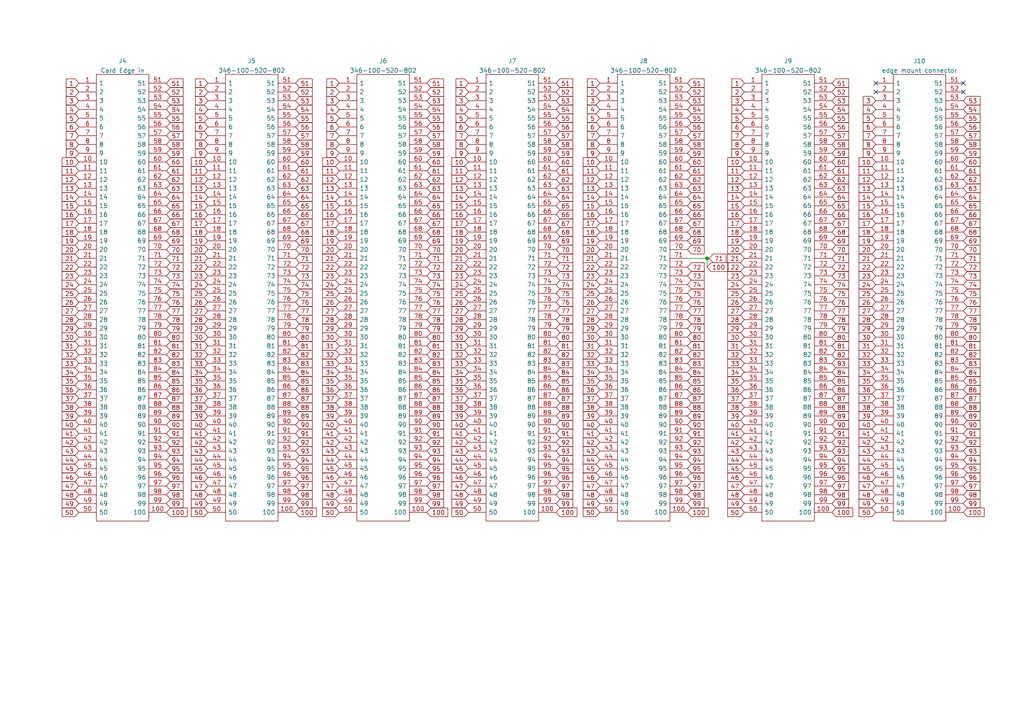
<source format=kicad_sch>
(kicad_sch (version 20211123) (generator eeschema)
  (paper "A4")
  (junction (at 205.105 74.93))
  (no_connect (at 279.4 26.67))
  (no_connect (at 279.4 24.13))
  (no_connect (at 254 26.67))
  (no_connect (at 254 24.13))
  (wire (pts (xy 205.105 74.93) (xy 205.105 77.47)))
  (wire (pts (xy 205.74 74.93) (xy 205.105 74.93)))
  (wire (pts (xy 205.105 74.93) (xy 199.39 74.93)))
  (global_label "93" (shape input) (at 85.725 130.81 0) (property "Intersheet References" "${INTERSHEET_REFS}" (effects hide)))
  (global_label "40" (shape input) (at 60.325 123.19 180) (property "Intersheet References" "${INTERSHEET_REFS}" (effects hide)))
  (global_label "10" (shape input) (at 135.89 46.99 180) (property "Intersheet References" "${INTERSHEET_REFS}" (effects hide)))
  (global_label "96" (shape input) (at 85.725 138.43 0) (property "Intersheet References" "${INTERSHEET_REFS}" (effects hide)))
  (global_label "94" (shape input) (at 199.39 133.35 0) (property "Intersheet References" "${INTERSHEET_REFS}" (effects hide)))
  (global_label "14" (shape input) (at 173.99 57.15 180) (property "Intersheet References" "${INTERSHEET_REFS}" (effects hide)))
  (global_label "68" (shape input) (at 85.725 67.31 0) (property "Intersheet References" "${INTERSHEET_REFS}" (effects hide)))
  (global_label "57" (shape input) (at 161.29 39.37 0) (property "Intersheet References" "${INTERSHEET_REFS}" (effects hide)))
  (global_label "100" (shape input) (at 85.725 148.59 0) (property "Intersheet References" "${INTERSHEET_REFS}" (effects hide)))
  (global_label "46" (shape input) (at 22.86 138.43 180) (property "Intersheet References" "${INTERSHEET_REFS}" (effects hide)))
  (global_label "39" (shape input) (at 22.86 120.65 180) (property "Intersheet References" "${INTERSHEET_REFS}" (effects hide)))
  (global_label "22" (shape input) (at 135.89 77.47 180) (property "Intersheet References" "${INTERSHEET_REFS}" (effects hide)))
  (global_label "36" (shape input) (at 215.9 113.03 180) (property "Intersheet References" "${INTERSHEET_REFS}" (effects hide)))
  (global_label "64" (shape input) (at 241.3 57.15 0) (property "Intersheet References" "${INTERSHEET_REFS}" (effects hide)))
  (global_label "87" (shape input) (at 241.3 115.57 0) (property "Intersheet References" "${INTERSHEET_REFS}" (effects hide)))
  (global_label "62" (shape input) (at 279.4 52.07 0) (property "Intersheet References" "${INTERSHEET_REFS}" (effects hide)))
  (global_label "85" (shape input) (at 241.3 110.49 0) (property "Intersheet References" "${INTERSHEET_REFS}" (effects hide)))
  (global_label "10" (shape input) (at 254 46.99 180) (property "Intersheet References" "${INTERSHEET_REFS}" (effects hide)))
  (global_label "44" (shape input) (at 173.99 133.35 180) (property "Intersheet References" "${INTERSHEET_REFS}" (effects hide)))
  (global_label "36" (shape input) (at 22.86 113.03 180) (property "Intersheet References" "${INTERSHEET_REFS}" (effects hide)))
  (global_label "33" (shape input) (at 254 105.41 180) (property "Intersheet References" "${INTERSHEET_REFS}" (effects hide)))
  (global_label "70" (shape input) (at 123.825 72.39 0) (property "Intersheet References" "${INTERSHEET_REFS}" (effects hide)))
  (global_label "21" (shape input) (at 98.425 74.93 180) (property "Intersheet References" "${INTERSHEET_REFS}" (effects hide)))
  (global_label "92" (shape input) (at 161.29 128.27 0) (property "Intersheet References" "${INTERSHEET_REFS}" (effects hide)))
  (global_label "99" (shape input) (at 123.825 146.05 0) (property "Intersheet References" "${INTERSHEET_REFS}" (effects hide)))
  (global_label "77" (shape input) (at 199.39 90.17 0) (property "Intersheet References" "${INTERSHEET_REFS}" (effects hide)))
  (global_label "33" (shape input) (at 173.99 105.41 180) (property "Intersheet References" "${INTERSHEET_REFS}" (effects hide)))
  (global_label "11" (shape input) (at 254 49.53 180) (property "Intersheet References" "${INTERSHEET_REFS}" (effects hide)))
  (global_label "2" (shape input) (at 98.425 26.67 180) (property "Intersheet References" "${INTERSHEET_REFS}" (effects hide)))
  (global_label "82" (shape input) (at 123.825 102.87 0) (property "Intersheet References" "${INTERSHEET_REFS}" (effects hide)))
  (global_label "60" (shape input) (at 161.29 46.99 0) (property "Intersheet References" "${INTERSHEET_REFS}" (effects hide)))
  (global_label "14" (shape input) (at 60.325 57.15 180) (property "Intersheet References" "${INTERSHEET_REFS}" (effects hide)))
  (global_label "38" (shape input) (at 135.89 118.11 180) (property "Intersheet References" "${INTERSHEET_REFS}" (effects hide)))
  (global_label "55" (shape input) (at 48.26 34.29 0) (property "Intersheet References" "${INTERSHEET_REFS}" (effects hide)))
  (global_label "38" (shape input) (at 215.9 118.11 180) (property "Intersheet References" "${INTERSHEET_REFS}" (effects hide)))
  (global_label "81" (shape input) (at 161.29 100.33 0) (property "Intersheet References" "${INTERSHEET_REFS}" (effects hide)))
  (global_label "15" (shape input) (at 215.9 59.69 180) (property "Intersheet References" "${INTERSHEET_REFS}" (effects hide)))
  (global_label "45" (shape input) (at 98.425 135.89 180) (property "Intersheet References" "${INTERSHEET_REFS}" (effects hide)))
  (global_label "80" (shape input) (at 199.39 97.79 0) (property "Intersheet References" "${INTERSHEET_REFS}" (effects hide)))
  (global_label "92" (shape input) (at 48.26 128.27 0) (property "Intersheet References" "${INTERSHEET_REFS}" (effects hide)))
  (global_label "61" (shape input) (at 279.4 49.53 0) (property "Intersheet References" "${INTERSHEET_REFS}" (effects hide)))
  (global_label "60" (shape input) (at 85.725 46.99 0) (property "Intersheet References" "${INTERSHEET_REFS}" (effects hide)))
  (global_label "56" (shape input) (at 279.4 36.83 0) (property "Intersheet References" "${INTERSHEET_REFS}" (effects hide)))
  (global_label "52" (shape input) (at 85.725 26.67 0) (property "Intersheet References" "${INTERSHEET_REFS}" (effects hide)))
  (global_label "76" (shape input) (at 241.3 87.63 0) (property "Intersheet References" "${INTERSHEET_REFS}" (effects hide)))
  (global_label "44" (shape input) (at 135.89 133.35 180) (property "Intersheet References" "${INTERSHEET_REFS}" (effects hide)))
  (global_label "71" (shape input) (at 123.825 74.93 0) (property "Intersheet References" "${INTERSHEET_REFS}" (effects hide)))
  (global_label "54" (shape input) (at 85.725 31.75 0) (property "Intersheet References" "${INTERSHEET_REFS}" (effects hide)))
  (global_label "47" (shape input) (at 135.89 140.97 180) (property "Intersheet References" "${INTERSHEET_REFS}" (effects hide)))
  (global_label "94" (shape input) (at 279.4 133.35 0) (property "Intersheet References" "${INTERSHEET_REFS}" (effects hide)))
  (global_label "2" (shape input) (at 135.89 26.67 180) (property "Intersheet References" "${INTERSHEET_REFS}" (effects hide)))
  (global_label "5" (shape input) (at 135.89 34.29 180) (property "Intersheet References" "${INTERSHEET_REFS}" (effects hide)))
  (global_label "8" (shape input) (at 254 41.91 180) (property "Intersheet References" "${INTERSHEET_REFS}" (effects hide)))
  (global_label "40" (shape input) (at 215.9 123.19 180) (property "Intersheet References" "${INTERSHEET_REFS}" (effects hide)))
  (global_label "89" (shape input) (at 85.725 120.65 0) (property "Intersheet References" "${INTERSHEET_REFS}" (effects hide)))
  (global_label "64" (shape input) (at 48.26 57.15 0) (property "Intersheet References" "${INTERSHEET_REFS}" (effects hide)))
  (global_label "86" (shape input) (at 85.725 113.03 0) (property "Intersheet References" "${INTERSHEET_REFS}" (effects hide)))
  (global_label "12" (shape input) (at 22.86 52.07 180) (property "Intersheet References" "${INTERSHEET_REFS}" (effects hide)))
  (global_label "23" (shape input) (at 215.9 80.01 180) (property "Intersheet References" "${INTERSHEET_REFS}" (effects hide)))
  (global_label "99" (shape input) (at 241.3 146.05 0) (property "Intersheet References" "${INTERSHEET_REFS}" (effects hide)))
  (global_label "98" (shape input) (at 161.29 143.51 0) (property "Intersheet References" "${INTERSHEET_REFS}" (effects hide)))
  (global_label "22" (shape input) (at 173.99 77.47 180) (property "Intersheet References" "${INTERSHEET_REFS}" (effects hide)))
  (global_label "30" (shape input) (at 60.325 97.79 180) (property "Intersheet References" "${INTERSHEET_REFS}" (effects hide)))
  (global_label "29" (shape input) (at 173.99 95.25 180) (property "Intersheet References" "${INTERSHEET_REFS}" (effects hide)))
  (global_label "51" (shape input) (at 241.3 24.13 0) (property "Intersheet References" "${INTERSHEET_REFS}" (effects hide)))
  (global_label "62" (shape input) (at 241.3 52.07 0) (property "Intersheet References" "${INTERSHEET_REFS}" (effects hide)))
  (global_label "81" (shape input) (at 85.725 100.33 0) (property "Intersheet References" "${INTERSHEET_REFS}" (effects hide)))
  (global_label "92" (shape input) (at 85.725 128.27 0) (property "Intersheet References" "${INTERSHEET_REFS}" (effects hide)))
  (global_label "42" (shape input) (at 60.325 128.27 180) (property "Intersheet References" "${INTERSHEET_REFS}" (effects hide)))
  (global_label "16" (shape input) (at 135.89 62.23 180) (property "Intersheet References" "${INTERSHEET_REFS}" (effects hide)))
  (global_label "60" (shape input) (at 48.26 46.99 0) (property "Intersheet References" "${INTERSHEET_REFS}" (effects hide)))
  (global_label "72" (shape input) (at 279.4 77.47 0) (property "Intersheet References" "${INTERSHEET_REFS}" (effects hide)))
  (global_label "47" (shape input) (at 215.9 140.97 180) (property "Intersheet References" "${INTERSHEET_REFS}" (effects hide)))
  (global_label "34" (shape input) (at 60.325 107.95 180) (property "Intersheet References" "${INTERSHEET_REFS}" (effects hide)))
  (global_label "76" (shape input) (at 85.725 87.63 0) (property "Intersheet References" "${INTERSHEET_REFS}" (effects hide)))
  (global_label "1" (shape input) (at 215.9 24.13 180) (property "Intersheet References" "${INTERSHEET_REFS}" (effects hide)))
  (global_label "6" (shape input) (at 60.325 36.83 180) (property "Intersheet References" "${INTERSHEET_REFS}" (effects hide)))
  (global_label "98" (shape input) (at 279.4 143.51 0) (property "Intersheet References" "${INTERSHEET_REFS}" (effects hide)))
  (global_label "3" (shape input) (at 60.325 29.21 180) (property "Intersheet References" "${INTERSHEET_REFS}" (effects hide)))
  (global_label "31" (shape input) (at 254 100.33 180) (property "Intersheet References" "${INTERSHEET_REFS}" (effects hide)))
  (global_label "60" (shape input) (at 241.3 46.99 0) (property "Intersheet References" "${INTERSHEET_REFS}" (effects hide)))
  (global_label "82" (shape input) (at 279.4 102.87 0) (property "Intersheet References" "${INTERSHEET_REFS}" (effects hide)))
  (global_label "61" (shape input) (at 241.3 49.53 0) (property "Intersheet References" "${INTERSHEET_REFS}" (effects hide)))
  (global_label "49" (shape input) (at 215.9 146.05 180) (property "Intersheet References" "${INTERSHEET_REFS}" (effects hide)))
  (global_label "58" (shape input) (at 279.4 41.91 0) (property "Intersheet References" "${INTERSHEET_REFS}" (effects hide)))
  (global_label "18" (shape input) (at 98.425 67.31 180) (property "Intersheet References" "${INTERSHEET_REFS}" (effects hide)))
  (global_label "90" (shape input) (at 123.825 123.19 0) (property "Intersheet References" "${INTERSHEET_REFS}" (effects hide)))
  (global_label "65" (shape input) (at 279.4 59.69 0) (property "Intersheet References" "${INTERSHEET_REFS}" (effects hide)))
  (global_label "40" (shape input) (at 173.99 123.19 180) (property "Intersheet References" "${INTERSHEET_REFS}" (effects hide)))
  (global_label "46" (shape input) (at 98.425 138.43 180) (property "Intersheet References" "${INTERSHEET_REFS}" (effects hide)))
  (global_label "63" (shape input) (at 241.3 54.61 0) (property "Intersheet References" "${INTERSHEET_REFS}" (effects hide)))
  (global_label "69" (shape input) (at 241.3 69.85 0) (property "Intersheet References" "${INTERSHEET_REFS}" (effects hide)))
  (global_label "55" (shape input) (at 279.4 34.29 0) (property "Intersheet References" "${INTERSHEET_REFS}" (effects hide)))
  (global_label "37" (shape input) (at 135.89 115.57 180) (property "Intersheet References" "${INTERSHEET_REFS}" (effects hide)))
  (global_label "65" (shape input) (at 199.39 59.69 0) (property "Intersheet References" "${INTERSHEET_REFS}" (effects hide)))
  (global_label "56" (shape input) (at 48.26 36.83 0) (property "Intersheet References" "${INTERSHEET_REFS}" (effects hide)))
  (global_label "71" (shape input) (at 279.4 74.93 0) (property "Intersheet References" "${INTERSHEET_REFS}" (effects hide)))
  (global_label "64" (shape input) (at 161.29 57.15 0) (property "Intersheet References" "${INTERSHEET_REFS}" (effects hide)))
  (global_label "22" (shape input) (at 254 77.47 180) (property "Intersheet References" "${INTERSHEET_REFS}" (effects hide)))
  (global_label "51" (shape input) (at 199.39 24.13 0) (property "Intersheet References" "${INTERSHEET_REFS}" (effects hide)))
  (global_label "80" (shape input) (at 241.3 97.79 0) (property "Intersheet References" "${INTERSHEET_REFS}" (effects hide)))
  (global_label "69" (shape input) (at 279.4 69.85 0) (property "Intersheet References" "${INTERSHEET_REFS}" (effects hide)))
  (global_label "55" (shape input) (at 241.3 34.29 0) (property "Intersheet References" "${INTERSHEET_REFS}" (effects hide)))
  (global_label "10" (shape input) (at 22.86 46.99 180) (property "Intersheet References" "${INTERSHEET_REFS}" (effects hide)))
  (global_label "81" (shape input) (at 48.26 100.33 0) (property "Intersheet References" "${INTERSHEET_REFS}" (effects hide)))
  (global_label "7" (shape input) (at 135.89 39.37 180) (property "Intersheet References" "${INTERSHEET_REFS}" (effects hide)))
  (global_label "73" (shape input) (at 279.4 80.01 0) (property "Intersheet References" "${INTERSHEET_REFS}" (effects hide)))
  (global_label "45" (shape input) (at 173.99 135.89 180) (property "Intersheet References" "${INTERSHEET_REFS}" (effects hide)))
  (global_label "50" (shape input) (at 215.9 148.59 180) (property "Intersheet References" "${INTERSHEET_REFS}" (effects hide)))
  (global_label "63" (shape input) (at 199.39 54.61 0) (property "Intersheet References" "${INTERSHEET_REFS}" (effects hide)))
  (global_label "72" (shape input) (at 85.725 77.47 0) (property "Intersheet References" "${INTERSHEET_REFS}" (effects hide)))
  (global_label "54" (shape input) (at 161.29 31.75 0) (property "Intersheet References" "${INTERSHEET_REFS}" (effects hide)))
  (global_label "8" (shape input) (at 22.86 41.91 180) (property "Intersheet References" "${INTERSHEET_REFS}" (effects hide)))
  (global_label "11" (shape input) (at 135.89 49.53 180) (property "Intersheet References" "${INTERSHEET_REFS}" (effects hide)))
  (global_label "13" (shape input) (at 98.425 54.61 180) (property "Intersheet References" "${INTERSHEET_REFS}" (effects hide)))
  (global_label "51" (shape input) (at 48.26 24.13 0) (property "Intersheet References" "${INTERSHEET_REFS}" (effects hide)))
  (global_label "42" (shape input) (at 254 128.27 180) (property "Intersheet References" "${INTERSHEET_REFS}" (effects hide)))
  (global_label "89" (shape input) (at 279.4 120.65 0) (property "Intersheet References" "${INTERSHEET_REFS}" (effects hide)))
  (global_label "58" (shape input) (at 241.3 41.91 0) (property "Intersheet References" "${INTERSHEET_REFS}" (effects hide)))
  (global_label "21" (shape input) (at 22.86 74.93 180) (property "Intersheet References" "${INTERSHEET_REFS}" (effects hide)))
  (global_label "20" (shape input) (at 60.325 72.39 180) (property "Intersheet References" "${INTERSHEET_REFS}" (effects hide)))
  (global_label "95" (shape input) (at 123.825 135.89 0) (property "Intersheet References" "${INTERSHEET_REFS}" (effects hide)))
  (global_label "18" (shape input) (at 215.9 67.31 180) (property "Intersheet References" "${INTERSHEET_REFS}" (effects hide)))
  (global_label "83" (shape input) (at 241.3 105.41 0) (property "Intersheet References" "${INTERSHEET_REFS}" (effects hide)))
  (global_label "67" (shape input) (at 241.3 64.77 0) (property "Intersheet References" "${INTERSHEET_REFS}" (effects hide)))
  (global_label "7" (shape input) (at 22.86 39.37 180) (property "Intersheet References" "${INTERSHEET_REFS}" (effects hide)))
  (global_label "42" (shape input) (at 215.9 128.27 180) (property "Intersheet References" "${INTERSHEET_REFS}" (effects hide)))
  (global_label "29" (shape input) (at 215.9 95.25 180) (property "Intersheet References" "${INTERSHEET_REFS}" (effects hide)))
  (global_label "87" (shape input) (at 279.4 115.57 0) (property "Intersheet References" "${INTERSHEET_REFS}" (effects hide)))
  (global_label "96" (shape input) (at 241.3 138.43 0) (property "Intersheet References" "${INTERSHEET_REFS}" (effects hide)))
  (global_label "79" (shape input) (at 279.4 95.25 0) (property "Intersheet References" "${INTERSHEET_REFS}" (effects hide)))
  (global_label "77" (shape input) (at 85.725 90.17 0) (property "Intersheet References" "${INTERSHEET_REFS}" (effects hide)))
  (global_label "4" (shape input) (at 215.9 31.75 180) (property "Intersheet References" "${INTERSHEET_REFS}" (effects hide)))
  (global_label "99" (shape input) (at 279.4 146.05 0) (property "Intersheet References" "${INTERSHEET_REFS}" (effects hide)))
  (global_label "88" (shape input) (at 241.3 118.11 0) (property "Intersheet References" "${INTERSHEET_REFS}" (effects hide)))
  (global_label "63" (shape input) (at 161.29 54.61 0) (property "Intersheet References" "${INTERSHEET_REFS}" (effects hide)))
  (global_label "13" (shape input) (at 215.9 54.61 180) (property "Intersheet References" "${INTERSHEET_REFS}" (effects hide)))
  (global_label "1" (shape input) (at 173.99 24.13 180) (property "Intersheet References" "${INTERSHEET_REFS}" (effects hide)))
  (global_label "17" (shape input) (at 135.89 64.77 180) (property "Intersheet References" "${INTERSHEET_REFS}" (effects hide)))
  (global_label "66" (shape input) (at 85.725 62.23 0) (property "Intersheet References" "${INTERSHEET_REFS}" (effects hide)))
  (global_label "68" (shape input) (at 48.26 67.31 0) (property "Intersheet References" "${INTERSHEET_REFS}" (effects hide)))
  (global_label "68" (shape input) (at 199.39 67.31 0) (property "Intersheet References" "${INTERSHEET_REFS}" (effects hide)))
  (global_label "69" (shape input) (at 199.39 69.85 0) (property "Intersheet References" "${INTERSHEET_REFS}" (effects hide)))
  (global_label "26" (shape input) (at 254 87.63 180) (property "Intersheet References" "${INTERSHEET_REFS}" (effects hide)))
  (global_label "88" (shape input) (at 48.26 118.11 0) (property "Intersheet References" "${INTERSHEET_REFS}" (effects hide)))
  (global_label "44" (shape input) (at 215.9 133.35 180) (property "Intersheet References" "${INTERSHEET_REFS}" (effects hide)))
  (global_label "28" (shape input) (at 135.89 92.71 180) (property "Intersheet References" "${INTERSHEET_REFS}" (effects hide)))
  (global_label "29" (shape input) (at 60.325 95.25 180) (property "Intersheet References" "${INTERSHEET_REFS}" (effects hide)))
  (global_label "25" (shape input) (at 215.9 85.09 180) (property "Intersheet References" "${INTERSHEET_REFS}" (effects hide)))
  (global_label "38" (shape input) (at 98.425 118.11 180) (property "Intersheet References" "${INTERSHEET_REFS}" (effects hide)))
  (global_label "31" (shape input) (at 173.99 100.33 180) (property "Intersheet References" "${INTERSHEET_REFS}" (effects hide)))
  (global_label "47" (shape input) (at 254 140.97 180) (property "Intersheet References" "${INTERSHEET_REFS}" (effects hide)))
  (global_label "89" (shape input) (at 123.825 120.65 0) (property "Intersheet References" "${INTERSHEET_REFS}" (effects hide)))
  (global_label "51" (shape input) (at 85.725 24.13 0) (property "Intersheet References" "${INTERSHEET_REFS}" (effects hide)))
  (global_label "36" (shape input) (at 98.425 113.03 180) (property "Intersheet References" "${INTERSHEET_REFS}" (effects hide)))
  (global_label "64" (shape input) (at 85.725 57.15 0) (property "Intersheet References" "${INTERSHEET_REFS}" (effects hide)))
  (global_label "74" (shape input) (at 241.3 82.55 0) (property "Intersheet References" "${INTERSHEET_REFS}" (effects hide)))
  (global_label "15" (shape input) (at 60.325 59.69 180) (property "Intersheet References" "${INTERSHEET_REFS}" (effects hide)))
  (global_label "99" (shape input) (at 85.725 146.05 0) (property "Intersheet References" "${INTERSHEET_REFS}" (effects hide)))
  (global_label "31" (shape input) (at 60.325 100.33 180) (property "Intersheet References" "${INTERSHEET_REFS}" (effects hide)))
  (global_label "90" (shape input) (at 161.29 123.19 0) (property "Intersheet References" "${INTERSHEET_REFS}" (effects hide)))
  (global_label "18" (shape input) (at 254 67.31 180) (property "Intersheet References" "${INTERSHEET_REFS}" (effects hide)))
  (global_label "23" (shape input) (at 22.86 80.01 180) (property "Intersheet References" "${INTERSHEET_REFS}" (effects hide)))
  (global_label "61" (shape input) (at 161.29 49.53 0) (property "Intersheet References" "${INTERSHEET_REFS}" (effects hide)))
  (global_label "38" (shape input) (at 254 118.11 180) (property "Intersheet References" "${INTERSHEET_REFS}" (effects hide)))
  (global_label "92" (shape input) (at 199.39 128.27 0) (property "Intersheet References" "${INTERSHEET_REFS}" (effects hide)))
  (global_label "43" (shape input) (at 135.89 130.81 180) (property "Intersheet References" "${INTERSHEET_REFS}" (effects hide)))
  (global_label "89" (shape input) (at 241.3 120.65 0) (property "Intersheet References" "${INTERSHEET_REFS}" (effects hide)))
  (global_label "59" (shape input) (at 279.4 44.45 0) (property "Intersheet References" "${INTERSHEET_REFS}" (effects hide)))
  (global_label "63" (shape input) (at 279.4 54.61 0) (property "Intersheet References" "${INTERSHEET_REFS}" (effects hide)))
  (global_label "69" (shape input) (at 48.26 69.85 0) (property "Intersheet References" "${INTERSHEET_REFS}" (effects hide)))
  (global_label "68" (shape input) (at 279.4 67.31 0) (property "Intersheet References" "${INTERSHEET_REFS}" (effects hide)))
  (global_label "9" (shape input) (at 173.99 44.45 180) (property "Intersheet References" "${INTERSHEET_REFS}" (effects hide)))
  (global_label "6" (shape input) (at 215.9 36.83 180) (property "Intersheet References" "${INTERSHEET_REFS}" (effects hide)))
  (global_label "80" (shape input) (at 161.29 97.79 0) (property "Intersheet References" "${INTERSHEET_REFS}" (effects hide)))
  (global_label "37" (shape input) (at 215.9 115.57 180) (property "Intersheet References" "${INTERSHEET_REFS}" (effects hide)))
  (global_label "94" (shape input) (at 241.3 133.35 0) (property "Intersheet References" "${INTERSHEET_REFS}" (effects hide)))
  (global_label "9" (shape input) (at 22.86 44.45 180) (property "Intersheet References" "${INTERSHEET_REFS}" (effects hide)))
  (global_label "83" (shape input) (at 199.39 105.41 0) (property "Intersheet References" "${INTERSHEET_REFS}" (effects hide)))
  (global_label "12" (shape input) (at 60.325 52.07 180) (property "Intersheet References" "${INTERSHEET_REFS}" (effects hide)))
  (global_label "13" (shape input) (at 135.89 54.61 180) (property "Intersheet References" "${INTERSHEET_REFS}" (effects hide)))
  (global_label "10" (shape input) (at 173.99 46.99 180) (property "Intersheet References" "${INTERSHEET_REFS}" (effects hide)))
  (global_label "75" (shape input) (at 85.725 85.09 0) (property "Intersheet References" "${INTERSHEET_REFS}" (effects hide)))
  (global_label "86" (shape input) (at 48.26 113.03 0) (property "Intersheet References" "${INTERSHEET_REFS}" (effects hide)))
  (global_label "32" (shape input) (at 98.425 102.87 180) (property "Intersheet References" "${INTERSHEET_REFS}" (effects hide)))
  (global_label "42" (shape input) (at 135.89 128.27 180) (property "Intersheet References" "${INTERSHEET_REFS}" (effects hide)))
  (global_label "82" (shape input) (at 241.3 102.87 0) (property "Intersheet References" "${INTERSHEET_REFS}" (effects hide)))
  (global_label "82" (shape input) (at 199.39 102.87 0) (property "Intersheet References" "${INTERSHEET_REFS}" (effects hide)))
  (global_label "65" (shape input) (at 85.725 59.69 0) (property "Intersheet References" "${INTERSHEET_REFS}" (effects hide)))
  (global_label "76" (shape input) (at 48.26 87.63 0) (property "Intersheet References" "${INTERSHEET_REFS}" (effects hide)))
  (global_label "55" (shape input) (at 161.29 34.29 0) (property "Intersheet References" "${INTERSHEET_REFS}" (effects hide)))
  (global_label "78" (shape input) (at 85.725 92.71 0) (property "Intersheet References" "${INTERSHEET_REFS}" (effects hide)))
  (global_label "10" (shape input) (at 98.425 46.99 180) (property "Intersheet References" "${INTERSHEET_REFS}" (effects hide)))
  (global_label "28" (shape input) (at 22.86 92.71 180) (property "Intersheet References" "${INTERSHEET_REFS}" (effects hide)))
  (global_label "91" (shape input) (at 85.725 125.73 0) (property "Intersheet References" "${INTERSHEET_REFS}" (effects hide)))
  (global_label "20" (shape input) (at 22.86 72.39 180) (property "Intersheet References" "${INTERSHEET_REFS}" (effects hide)))
  (global_label "55" (shape input) (at 199.39 34.29 0) (property "Intersheet References" "${INTERSHEET_REFS}" (effects hide)))
  (global_label "16" (shape input) (at 173.99 62.23 180) (property "Intersheet References" "${INTERSHEET_REFS}" (effects hide)))
  (global_label "93" (shape input) (at 279.4 130.81 0) (property "Intersheet References" "${INTERSHEET_REFS}" (effects hide)))
  (global_label "71" (shape input) (at 241.3 74.93 0) (property "Intersheet References" "${INTERSHEET_REFS}" (effects hide)))
  (global_label "82" (shape input) (at 161.29 102.87 0) (property "Intersheet References" "${INTERSHEET_REFS}" (effects hide)))
  (global_label "18" (shape input) (at 135.89 67.31 180) (property "Intersheet References" "${INTERSHEET_REFS}" (effects hide)))
  (global_label "20" (shape input) (at 135.89 72.39 180) (property "Intersheet References" "${INTERSHEET_REFS}" (effects hide)))
  (global_label "30" (shape input) (at 135.89 97.79 180) (property "Intersheet References" "${INTERSHEET_REFS}" (effects hide)))
  (global_label "22" (shape input) (at 98.425 77.47 180) (property "Intersheet References" "${INTERSHEET_REFS}" (effects hide)))
  (global_label "32" (shape input) (at 22.86 102.87 180) (property "Intersheet References" "${INTERSHEET_REFS}" (effects hide)))
  (global_label "47" (shape input) (at 98.425 140.97 180) (property "Intersheet References" "${INTERSHEET_REFS}" (effects hide)))
  (global_label "100" (shape input) (at 123.825 148.59 0) (property "Intersheet References" "${INTERSHEET_REFS}" (effects hide)))
  (global_label "48" (shape input) (at 22.86 143.51 180) (property "Intersheet References" "${INTERSHEET_REFS}" (effects hide)))
  (global_label "92" (shape input) (at 123.825 128.27 0) (property "Intersheet References" "${INTERSHEET_REFS}" (effects hide)))
  (global_label "95" (shape input) (at 85.725 135.89 0) (property "Intersheet References" "${INTERSHEET_REFS}" (effects hide)))
  (global_label "95" (shape input) (at 279.4 135.89 0) (property "Intersheet References" "${INTERSHEET_REFS}" (effects hide)))
  (global_label "7" (shape input) (at 98.425 39.37 180) (property "Intersheet References" "${INTERSHEET_REFS}" (effects hide)))
  (global_label "61" (shape input) (at 199.39 49.53 0) (property "Intersheet References" "${INTERSHEET_REFS}" (effects hide)))
  (global_label "16" (shape input) (at 215.9 62.23 180) (property "Intersheet References" "${INTERSHEET_REFS}" (effects hide)))
  (global_label "30" (shape input) (at 215.9 97.79 180) (property "Intersheet References" "${INTERSHEET_REFS}" (effects hide)))
  (global_label "100" (shape input) (at 205.105 77.47 0) (property "Intersheet References" "${INTERSHEET_REFS}" (effects hide)))
  (global_label "34" (shape input) (at 173.99 107.95 180) (property "Intersheet References" "${INTERSHEET_REFS}" (effects hide)))
  (global_label "84" (shape input) (at 241.3 107.95 0) (property "Intersheet References" "${INTERSHEET_REFS}" (effects hide)))
  (global_label "76" (shape input) (at 279.4 87.63 0) (property "Intersheet References" "${INTERSHEET_REFS}" (effects hide)))
  (global_label "56" (shape input) (at 85.725 36.83 0) (property "Intersheet References" "${INTERSHEET_REFS}" (effects hide)))
  (global_label "9" (shape input) (at 254 44.45 180) (property "Intersheet References" "${INTERSHEET_REFS}" (effects hide)))
  (global_label "74" (shape input) (at 199.39 82.55 0) (property "Intersheet References" "${INTERSHEET_REFS}" (effects hide)))
  (global_label "59" (shape input) (at 241.3 44.45 0) (property "Intersheet References" "${INTERSHEET_REFS}" (effects hide)))
  (global_label "81" (shape input) (at 241.3 100.33 0) (property "Intersheet References" "${INTERSHEET_REFS}" (effects hide)))
  (global_label "8" (shape input) (at 135.89 41.91 180) (property "Intersheet References" "${INTERSHEET_REFS}" (effects hide)))
  (global_label "66" (shape input) (at 199.39 62.23 0) (property "Intersheet References" "${INTERSHEET_REFS}" (effects hide)))
  (global_label "59" (shape input) (at 161.29 44.45 0) (property "Intersheet References" "${INTERSHEET_REFS}" (effects hide)))
  (global_label "78" (shape input) (at 279.4 92.71 0) (property "Intersheet References" "${INTERSHEET_REFS}" (effects hide)))
  (global_label "74" (shape input) (at 48.26 82.55 0) (property "Intersheet References" "${INTERSHEET_REFS}" (effects hide)))
  (global_label "86" (shape input) (at 161.29 113.03 0) (property "Intersheet References" "${INTERSHEET_REFS}" (effects hide)))
  (global_label "87" (shape input) (at 161.29 115.57 0) (property "Intersheet References" "${INTERSHEET_REFS}" (effects hide)))
  (global_label "13" (shape input) (at 254 54.61 180) (property "Intersheet References" "${INTERSHEET_REFS}" (effects hide)))
  (global_label "73" (shape input) (at 123.825 80.01 0) (property "Intersheet References" "${INTERSHEET_REFS}" (effects hide)))
  (global_label "33" (shape input) (at 215.9 105.41 180) (property "Intersheet References" "${INTERSHEET_REFS}" (effects hide)))
  (global_label "98" (shape input) (at 48.26 143.51 0) (property "Intersheet References" "${INTERSHEET_REFS}" (effects hide)))
  (global_label "50" (shape input) (at 173.99 148.59 180) (property "Intersheet References" "${INTERSHEET_REFS}" (effects hide)))
  (global_label "92" (shape input) (at 279.4 128.27 0) (property "Intersheet References" "${INTERSHEET_REFS}" (effects hide)))
  (global_label "24" (shape input) (at 173.99 82.55 180) (property "Intersheet References" "${INTERSHEET_REFS}" (effects hide)))
  (global_label "14" (shape input) (at 98.425 57.15 180) (property "Intersheet References" "${INTERSHEET_REFS}" (effects hide)))
  (global_label "17" (shape input) (at 173.99 64.77 180) (property "Intersheet References" "${INTERSHEET_REFS}" (effects hide)))
  (global_label "18" (shape input) (at 60.325 67.31 180) (property "Intersheet References" "${INTERSHEET_REFS}" (effects hide)))
  (global_label "18" (shape input) (at 22.86 67.31 180) (property "Intersheet References" "${INTERSHEET_REFS}" (effects hide)))
  (global_label "25" (shape input) (at 135.89 85.09 180) (property "Intersheet References" "${INTERSHEET_REFS}" (effects hide)))
  (global_label "94" (shape input) (at 161.29 133.35 0) (property "Intersheet References" "${INTERSHEET_REFS}" (effects hide)))
  (global_label "88" (shape input) (at 199.39 118.11 0) (property "Intersheet References" "${INTERSHEET_REFS}" (effects hide)))
  (global_label "58" (shape input) (at 161.29 41.91 0) (property "Intersheet References" "${INTERSHEET_REFS}" (effects hide)))
  (global_label "97" (shape input) (at 123.825 140.97 0) (property "Intersheet References" "${INTERSHEET_REFS}" (effects hide)))
  (global_label "24" (shape input) (at 60.325 82.55 180) (property "Intersheet References" "${INTERSHEET_REFS}" (effects hide)))
  (global_label "27" (shape input) (at 60.325 90.17 180) (property "Intersheet References" "${INTERSHEET_REFS}" (effects hide)))
  (global_label "40" (shape input) (at 22.86 123.19 180) (property "Intersheet References" "${INTERSHEET_REFS}" (effects hide)))
  (global_label "23" (shape input) (at 135.89 80.01 180) (property "Intersheet References" "${INTERSHEET_REFS}" (effects hide)))
  (global_label "64" (shape input) (at 279.4 57.15 0) (property "Intersheet References" "${INTERSHEET_REFS}" (effects hide)))
  (global_label "94" (shape input) (at 48.26 133.35 0) (property "Intersheet References" "${INTERSHEET_REFS}" (effects hide)))
  (global_label "34" (shape input) (at 22.86 107.95 180) (property "Intersheet References" "${INTERSHEET_REFS}" (effects hide)))
  (global_label "2" (shape input) (at 215.9 26.67 180) (property "Intersheet References" "${INTERSHEET_REFS}" (effects hide)))
  (global_label "74" (shape input) (at 85.725 82.55 0) (property "Intersheet References" "${INTERSHEET_REFS}" (effects hide)))
  (global_label "67" (shape input) (at 199.39 64.77 0) (property "Intersheet References" "${INTERSHEET_REFS}" (effects hide)))
  (global_label "14" (shape input) (at 215.9 57.15 180) (property "Intersheet References" "${INTERSHEET_REFS}" (effects hide)))
  (global_label "81" (shape input) (at 123.825 100.33 0) (property "Intersheet References" "${INTERSHEET_REFS}" (effects hide)))
  (global_label "26" (shape input) (at 173.99 87.63 180) (property "Intersheet References" "${INTERSHEET_REFS}" (effects hide)))
  (global_label "79" (shape input) (at 123.825 95.25 0) (property "Intersheet References" "${INTERSHEET_REFS}" (effects hide)))
  (global_label "4" (shape input) (at 173.99 31.75 180) (property "Intersheet References" "${INTERSHEET_REFS}" (effects hide)))
  (global_label "46" (shape input) (at 215.9 138.43 180) (property "Intersheet References" "${INTERSHEET_REFS}" (effects hide)))
  (global_label "15" (shape input) (at 98.425 59.69 180) (property "Intersheet References" "${INTERSHEET_REFS}" (effects hide)))
  (global_label "42" (shape input) (at 173.99 128.27 180) (property "Intersheet References" "${INTERSHEET_REFS}" (effects hide)))
  (global_label "93" (shape input) (at 48.26 130.81 0) (property "Intersheet References" "${INTERSHEET_REFS}" (effects hide)))
  (global_label "42" (shape input) (at 22.86 128.27 180) (property "Intersheet References" "${INTERSHEET_REFS}" (effects hide)))
  (global_label "63" (shape input) (at 123.825 54.61 0) (property "Intersheet References" "${INTERSHEET_REFS}" (effects hide)))
  (global_label "84" (shape input) (at 48.26 107.95 0) (property "Intersheet References" "${INTERSHEET_REFS}" (effects hide)))
  (global_label "62" (shape input) (at 48.26 52.07 0) (property "Intersheet References" "${INTERSHEET_REFS}" (effects hide)))
  (global_label "74" (shape input) (at 161.29 82.55 0) (property "Intersheet References" "${INTERSHEET_REFS}" (effects hide)))
  (global_label "75" (shape input) (at 199.39 85.09 0) (property "Intersheet References" "${INTERSHEET_REFS}" (effects hide)))
  (global_label "95" (shape input) (at 199.39 135.89 0) (property "Intersheet References" "${INTERSHEET_REFS}" (effects hide)))
  (global_label "55" (shape input) (at 123.825 34.29 0) (property "Intersheet References" "${INTERSHEET_REFS}" (effects hide)))
  (global_label "9" (shape input) (at 98.425 44.45 180) (property "Intersheet References" "${INTERSHEET_REFS}" (effects hide)))
  (global_label "73" (shape input) (at 48.26 80.01 0) (property "Intersheet References" "${INTERSHEET_REFS}" (effects hide)))
  (global_label "97" (shape input) (at 85.725 140.97 0) (property "Intersheet References" "${INTERSHEET_REFS}" (effects hide)))
  (global_label "40" (shape input) (at 135.89 123.19 180) (property "Intersheet References" "${INTERSHEET_REFS}" (effects hide)))
  (global_label "35" (shape input) (at 60.325 110.49 180) (property "Intersheet References" "${INTERSHEET_REFS}" (effects hide)))
  (global_label "72" (shape input) (at 241.3 77.47 0) (property "Intersheet References" "${INTERSHEET_REFS}" (effects hide)))
  (global_label "6" (shape input) (at 254 36.83 180) (property "Intersheet References" "${INTERSHEET_REFS}" (effects hide)))
  (global_label "78" (shape input) (at 123.825 92.71 0) (property "Intersheet References" "${INTERSHEET_REFS}" (effects hide)))
  (global_label "49" (shape input) (at 60.325 146.05 180) (property "Intersheet References" "${INTERSHEET_REFS}" (effects hide)))
  (global_label "48" (shape input) (at 135.89 143.51 180) (property "Intersheet References" "${INTERSHEET_REFS}" (effects hide)))
  (global_label "36" (shape input) (at 173.99 113.03 180) (property "Intersheet References" "${INTERSHEET_REFS}" (effects hide)))
  (global_label "53" (shape input) (at 48.26 29.21 0) (property "Intersheet References" "${INTERSHEET_REFS}" (effects hide)))
  (global_label "2" (shape input) (at 60.325 26.67 180) (property "Intersheet References" "${INTERSHEET_REFS}" (effects hide)))
  (global_label "82" (shape input) (at 85.725 102.87 0) (property "Intersheet References" "${INTERSHEET_REFS}" (effects hide)))
  (global_label "4" (shape input) (at 254 31.75 180) (property "Intersheet References" "${INTERSHEET_REFS}" (effects hide)))
  (global_label "83" (shape input) (at 48.26 105.41 0) (property "Intersheet References" "${INTERSHEET_REFS}" (effects hide)))
  (global_label "62" (shape input) (at 123.825 52.07 0) (property "Intersheet References" "${INTERSHEET_REFS}" (effects hide)))
  (global_label "71" (shape input) (at 48.26 74.93 0) (property "Intersheet References" "${INTERSHEET_REFS}" (effects hide)))
  (global_label "33" (shape input) (at 60.325 105.41 180) (property "Intersheet References" "${INTERSHEET_REFS}" (effects hide)))
  (global_label "77" (shape input) (at 241.3 90.17 0) (property "Intersheet References" "${INTERSHEET_REFS}" (effects hide)))
  (global_label "58" (shape input) (at 123.825 41.91 0) (property "Intersheet References" "${INTERSHEET_REFS}" (effects hide)))
  (global_label "20" (shape input) (at 98.425 72.39 180) (property "Intersheet References" "${INTERSHEET_REFS}" (effects hide)))
  (global_label "4" (shape input) (at 98.425 31.75 180) (property "Intersheet References" "${INTERSHEET_REFS}" (effects hide)))
  (global_label "58" (shape input) (at 199.39 41.91 0) (property "Intersheet References" "${INTERSHEET_REFS}" (effects hide)))
  (global_label "22" (shape input) (at 215.9 77.47 180) (property "Intersheet References" "${INTERSHEET_REFS}" (effects hide)))
  (global_label "61" (shape input) (at 85.725 49.53 0) (property "Intersheet References" "${INTERSHEET_REFS}" (effects hide)))
  (global_label "16" (shape input) (at 254 62.23 180) (property "Intersheet References" "${INTERSHEET_REFS}" (effects hide)))
  (global_label "17" (shape input) (at 254 64.77 180) (property "Intersheet References" "${INTERSHEET_REFS}" (effects hide)))
  (global_label "46" (shape input) (at 60.325 138.43 180) (property "Intersheet References" "${INTERSHEET_REFS}" (effects hide)))
  (global_label "38" (shape input) (at 60.325 118.11 180) (property "Intersheet References" "${INTERSHEET_REFS}" (effects hide)))
  (global_label "97" (shape input) (at 279.4 140.97 0) (property "Intersheet References" "${INTERSHEET_REFS}" (effects hide)))
  (global_label "63" (shape input) (at 48.26 54.61 0) (property "Intersheet References" "${INTERSHEET_REFS}" (effects hide)))
  (global_label "35" (shape input) (at 254 110.49 180) (property "Intersheet References" "${INTERSHEET_REFS}" (effects hide)))
  (global_label "45" (shape input) (at 60.325 135.89 180) (property "Intersheet References" "${INTERSHEET_REFS}" (effects hide)))
  (global_label "90" (shape input) (at 48.26 123.19 0) (property "Intersheet References" "${INTERSHEET_REFS}" (effects hide)))
  (global_label "77" (shape input) (at 48.26 90.17 0) (property "Intersheet References" "${INTERSHEET_REFS}" (effects hide)))
  (global_label "79" (shape input) (at 199.39 95.25 0) (property "Intersheet References" "${INTERSHEET_REFS}" (effects hide)))
  (global_label "36" (shape input) (at 135.89 113.03 180) (property "Intersheet References" "${INTERSHEET_REFS}" (effects hide)))
  (global_label "49" (shape input) (at 22.86 146.05 180) (property "Intersheet References" "${INTERSHEET_REFS}" (effects hide)))
  (global_label "100" (shape input) (at 241.3 148.59 0) (property "Intersheet References" "${INTERSHEET_REFS}" (effects hide)))
  (global_label "30" (shape input) (at 254 97.79 180) (property "Intersheet References" "${INTERSHEET_REFS}" (effects hide)))
  (global_label "87" (shape input) (at 123.825 115.57 0) (property "Intersheet References" "${INTERSHEET_REFS}" (effects hide)))
  (global_label "84" (shape input) (at 161.29 107.95 0) (property "Intersheet References" "${INTERSHEET_REFS}" (effects hide)))
  (global_label "20" (shape input) (at 173.99 72.39 180) (property "Intersheet References" "${INTERSHEET_REFS}" (effects hide)))
  (global_label "43" (shape input) (at 60.325 130.81 180) (property "Intersheet References" "${INTERSHEET_REFS}" (effects hide)))
  (global_label "79" (shape input) (at 48.26 95.25 0) (property "Intersheet References" "${INTERSHEET_REFS}" (effects hide)))
  (global_label "63" (shape input) (at 85.725 54.61 0) (property "Intersheet References" "${INTERSHEET_REFS}" (effects hide)))
  (global_label "28" (shape input) (at 60.325 92.71 180) (property "Intersheet References" "${INTERSHEET_REFS}" (effects hide)))
  (global_label "28" (shape input) (at 254 92.71 180) (property "Intersheet References" "${INTERSHEET_REFS}" (effects hide)))
  (global_label "29" (shape input) (at 135.89 95.25 180) (property "Intersheet References" "${INTERSHEET_REFS}" (effects hide)))
  (global_label "29" (shape input) (at 98.425 95.25 180) (property "Intersheet References" "${INTERSHEET_REFS}" (effects hide)))
  (global_label "60" (shape input) (at 279.4 46.99 0) (property "Intersheet References" "${INTERSHEET_REFS}" (effects hide)))
  (global_label "8" (shape input) (at 98.425 41.91 180) (property "Intersheet References" "${INTERSHEET_REFS}" (effects hide)))
  (global_label "84" (shape input) (at 279.4 107.95 0) (property "Intersheet References" "${INTERSHEET_REFS}" (effects hide)))
  (global_label "86" (shape input) (at 199.39 113.03 0) (property "Intersheet References" "${INTERSHEET_REFS}" (effects hide)))
  (global_label "70" (shape input) (at 199.39 72.39 0) (property "Intersheet References" "${INTERSHEET_REFS}" (effects hide)))
  (global_label "24" (shape input) (at 215.9 82.55 180) (property "Intersheet References" "${INTERSHEET_REFS}" (effects hide)))
  (global_label "89" (shape input) (at 161.29 120.65 0) (property "Intersheet References" "${INTERSHEET_REFS}" (effects hide)))
  (global_label "43" (shape input) (at 254 130.81 180) (property "Intersheet References" "${INTERSHEET_REFS}" (effects hide)))
  (global_label "11" (shape input) (at 98.425 49.53 180) (property "Intersheet References" "${INTERSHEET_REFS}" (effects hide)))
  (global_label "8" (shape input) (at 60.325 41.91 180) (property "Intersheet References" "${INTERSHEET_REFS}" (effects hide)))
  (global_label "12" (shape input) (at 98.425 52.07 180) (property "Intersheet References" "${INTERSHEET_REFS}" (effects hide)))
  (global_label "2" (shape input) (at 173.99 26.67 180) (property "Intersheet References" "${INTERSHEET_REFS}" (effects hide)))
  (global_label "49" (shape input) (at 135.89 146.05 180) (property "Intersheet References" "${INTERSHEET_REFS}" (effects hide)))
  (global_label "84" (shape input) (at 85.725 107.95 0) (property "Intersheet References" "${INTERSHEET_REFS}" (effects hide)))
  (global_label "76" (shape input) (at 161.29 87.63 0) (property "Intersheet References" "${INTERSHEET_REFS}" (effects hide)))
  (global_label "9" (shape input) (at 135.89 44.45 180) (property "Intersheet References" "${INTERSHEET_REFS}" (effects hide)))
  (global_label "11" (shape input) (at 173.99 49.53 180) (property "Intersheet References" "${INTERSHEET_REFS}" (effects hide)))
  (global_label "59" (shape input) (at 199.39 44.45 0) (property "Intersheet References" "${INTERSHEET_REFS}" (effects hide)))
  (global_label "16" (shape input) (at 98.425 62.23 180) (property "Intersheet References" "${INTERSHEET_REFS}" (effects hide)))
  (global_label "94" (shape input) (at 85.725 133.35 0) (property "Intersheet References" "${INTERSHEET_REFS}" (effects hide)))
  (global_label "65" (shape input) (at 123.825 59.69 0) (property "Intersheet References" "${INTERSHEET_REFS}" (effects hide)))
  (global_label "43" (shape input) (at 215.9 130.81 180) (property "Intersheet References" "${INTERSHEET_REFS}" (effects hide)))
  (global_label "73" (shape input) (at 161.29 80.01 0) (property "Intersheet References" "${INTERSHEET_REFS}" (effects hide)))
  (global_label "69" (shape input) (at 85.725 69.85 0) (property "Intersheet References" "${INTERSHEET_REFS}" (effects hide)))
  (global_label "46" (shape input) (at 135.89 138.43 180) (property "Intersheet References" "${INTERSHEET_REFS}" (effects hide)))
  (global_label "83" (shape input) (at 123.825 105.41 0) (property "Intersheet References" "${INTERSHEET_REFS}" (effects hide)))
  (global_label "69" (shape input) (at 123.825 69.85 0) (property "Intersheet References" "${INTERSHEET_REFS}" (effects hide)))
  (global_label "51" (shape input) (at 123.825 24.13 0) (property "Intersheet References" "${INTERSHEET_REFS}" (effects hide)))
  (global_label "41" (shape input) (at 98.425 125.73 180) (property "Intersheet References" "${INTERSHEET_REFS}" (effects hide)))
  (global_label "89" (shape input) (at 48.26 120.65 0) (property "Intersheet References" "${INTERSHEET_REFS}" (effects hide)))
  (global_label "43" (shape input) (at 98.425 130.81 180) (property "Intersheet References" "${INTERSHEET_REFS}" (effects hide)))
  (global_label "60" (shape input) (at 123.825 46.99 0) (property "Intersheet References" "${INTERSHEET_REFS}" (effects hide)))
  (global_label "84" (shape input) (at 123.825 107.95 0) (property "Intersheet References" "${INTERSHEET_REFS}" (effects hide)))
  (global_label "62" (shape input) (at 199.39 52.07 0) (property "Intersheet References" "${INTERSHEET_REFS}" (effects hide)))
  (global_label "12" (shape input) (at 215.9 52.07 180) (property "Intersheet References" "${INTERSHEET_REFS}" (effects hide)))
  (global_label "87" (shape input) (at 85.725 115.57 0) (property "Intersheet References" "${INTERSHEET_REFS}" (effects hide)))
  (global_label "75" (shape input) (at 48.26 85.09 0) (property "Intersheet References" "${INTERSHEET_REFS}" (effects hide)))
  (global_label "99" (shape input) (at 48.26 146.05 0) (property "Intersheet References" "${INTERSHEET_REFS}" (effects hide)))
  (global_label "13" (shape input) (at 60.325 54.61 180) (property "Intersheet References" "${INTERSHEET_REFS}" (effects hide)))
  (global_label "12" (shape input) (at 135.89 52.07 180) (property "Intersheet References" "${INTERSHEET_REFS}" (effects hide)))
  (global_label "85" (shape input) (at 161.29 110.49 0) (property "Intersheet References" "${INTERSHEET_REFS}" (effects hide)))
  (global_label "44" (shape input) (at 60.325 133.35 180) (property "Intersheet References" "${INTERSHEET_REFS}" (effects hide)))
  (global_label "68" (shape input) (at 241.3 67.31 0) (property "Intersheet References" "${INTERSHEET_REFS}" (effects hide)))
  (global_label "31" (shape input) (at 22.86 100.33 180) (property "Intersheet References" "${INTERSHEET_REFS}" (effects hide)))
  (global_label "35" (shape input) (at 98.425 110.49 180) (property "Intersheet References" "${INTERSHEET_REFS}" (effects hide)))
  (global_label "60" (shape input) (at 199.39 46.99 0) (property "Intersheet References" "${INTERSHEET_REFS}" (effects hide)))
  (global_label "21" (shape input) (at 173.99 74.93 180) (property "Intersheet References" "${INTERSHEET_REFS}" (effects hide)))
  (global_label "13" (shape input) (at 173.99 54.61 180) (property "Intersheet References" "${INTERSHEET_REFS}" (effects hide)))
  (global_label "53" (shape input) (at 161.29 29.21 0) (property "Intersheet References" "${INTERSHEET_REFS}" (effects hide)))
  (global_label "11" (shape input) (at 60.325 49.53 180) (property "Intersheet References" "${INTERSHEET_REFS}" (effects hide)))
  (global_label "48" (shape input) (at 254 143.51 180) (property "Intersheet References" "${INTERSHEET_REFS}" (effects hide)))
  (global_label "28" (shape input) (at 173.99 92.71 180) (property "Intersheet References" "${INTERSHEET_REFS}" (effects hide)))
  (global_label "80" (shape input) (at 279.4 97.79 0) (property "Intersheet References" "${INTERSHEET_REFS}" (effects hide)))
  (global_label "3" (shape input) (at 135.89 29.21 180) (property "Intersheet References" "${INTERSHEET_REFS}" (effects hide)))
  (global_label "26" (shape input) (at 60.325 87.63 180) (property "Intersheet References" "${INTERSHEET_REFS}" (effects hide)))
  (global_label "96" (shape input) (at 279.4 138.43 0) (property "Intersheet References" "${INTERSHEET_REFS}" (effects hide)))
  (global_label "46" (shape input) (at 254 138.43 180) (property "Intersheet References" "${INTERSHEET_REFS}" (effects hide)))
  (global_label "26" (shape input) (at 22.86 87.63 180) (property "Intersheet References" "${INTERSHEET_REFS}" (effects hide)))
  (global_label "49" (shape input) (at 173.99 146.05 180) (property "Intersheet References" "${INTERSHEET_REFS}" (effects hide)))
  (global_label "3" (shape input) (at 173.99 29.21 180) (property "Intersheet References" "${INTERSHEET_REFS}" (effects hide)))
  (global_label "81" (shape input) (at 199.39 100.33 0) (property "Intersheet References" "${INTERSHEET_REFS}" (effects hide)))
  (global_label "78" (shape input) (at 241.3 92.71 0) (property "Intersheet References" "${INTERSHEET_REFS}" (effects hide)))
  (global_label "77" (shape input) (at 161.29 90.17 0) (property "Intersheet References" "${INTERSHEET_REFS}" (effects hide)))
  (global_label "23" (shape input) (at 60.325 80.01 180) (property "Intersheet References" "${INTERSHEET_REFS}" (effects hide)))
  (global_label "71" (shape input) (at 161.29 74.93 0) (property "Intersheet References" "${INTERSHEET_REFS}" (effects hide)))
  (global_label "72" (shape input) (at 48.26 77.47 0) (property "Intersheet References" "${INTERSHEET_REFS}" (effects hide)))
  (global_label "11" (shape input) (at 215.9 49.53 180) (property "Intersheet References" "${INTERSHEET_REFS}" (effects hide)))
  (global_label "54" (shape input) (at 123.825 31.75 0) (property "Intersheet References" "${INTERSHEET_REFS}" (effects hide)))
  (global_label "66" (shape input) (at 241.3 62.23 0) (property "Intersheet References" "${INTERSHEET_REFS}" (effects hide)))
  (global_label "17" (shape input) (at 22.86 64.77 180) (property "Intersheet References" "${INTERSHEET_REFS}" (effects hide)))
  (global_label "79" (shape input) (at 161.29 95.25 0) (property "Intersheet References" "${INTERSHEET_REFS}" (effects hide)))
  (global_label "35" (shape input) (at 215.9 110.49 180) (property "Intersheet References" "${INTERSHEET_REFS}" (effects hide)))
  (global_label "70" (shape input) (at 48.26 72.39 0) (property "Intersheet References" "${INTERSHEET_REFS}" (effects hide)))
  (global_label "55" (shape input) (at 85.725 34.29 0) (property "Intersheet References" "${INTERSHEET_REFS}" (effects hide)))
  (global_label "50" (shape input) (at 60.325 148.59 180) (property "Intersheet References" "${INTERSHEET_REFS}" (effects hide)))
  (global_label "57" (shape input) (at 85.725 39.37 0) (property "Intersheet References" "${INTERSHEET_REFS}" (effects hide)))
  (global_label "20" (shape input) (at 254 72.39 180) (property "Intersheet References" "${INTERSHEET_REFS}" (effects hide)))
  (global_label "9" (shape input) (at 60.325 44.45 180) (property "Intersheet References" "${INTERSHEET_REFS}" (effects hide)))
  (global_label "76" (shape input) (at 123.825 87.63 0) (property "Intersheet References" "${INTERSHEET_REFS}" (effects hide)))
  (global_label "8" (shape input) (at 173.99 41.91 180) (property "Intersheet References" "${INTERSHEET_REFS}" (effects hide)))
  (global_label "3" (shape input) (at 215.9 29.21 180) (property "Intersheet References" "${INTERSHEET_REFS}" (effects hide)))
  (global_label "97" (shape input) (at 48.26 140.97 0) (property "Intersheet References" "${INTERSHEET_REFS}" (effects hide)))
  (global_label "62" (shape input) (at 161.29 52.07 0) (property "Intersheet References" "${INTERSHEET_REFS}" (effects hide)))
  (global_label "39" (shape input) (at 98.425 120.65 180) (property "Intersheet References" "${INTERSHEET_REFS}" (effects hide)))
  (global_label "47" (shape input) (at 22.86 140.97 180) (property "Intersheet References" "${INTERSHEET_REFS}" (effects hide)))
  (global_label "100" (shape input) (at 199.39 148.59 0) (property "Intersheet References" "${INTERSHEET_REFS}" (effects hide)))
  (global_label "34" (shape input) (at 135.89 107.95 180) (property "Intersheet References" "${INTERSHEET_REFS}" (effects hide)))
  (global_label "83" (shape input) (at 161.29 105.41 0) (property "Intersheet References" "${INTERSHEET_REFS}" (effects hide)))
  (global_label "31" (shape input) (at 98.425 100.33 180) (property "Intersheet References" "${INTERSHEET_REFS}" (effects hide)))
  (global_label "37" (shape input) (at 254 115.57 180) (property "Intersheet References" "${INTERSHEET_REFS}" (effects hide)))
  (global_label "30" (shape input) (at 22.86 97.79 180) (property "Intersheet References" "${INTERSHEET_REFS}" (effects hide)))
  (global_label "6" (shape input) (at 173.99 36.83 180) (property "Intersheet References" "${INTERSHEET_REFS}" (effects hide)))
  (global_label "52" (shape input) (at 48.26 26.67 0) (property "Intersheet References" "${INTERSHEET_REFS}" (effects hide)))
  (global_label "54" (shape input) (at 241.3 31.75 0) (property "Intersheet References" "${INTERSHEET_REFS}" (effects hide)))
  (global_label "1" (shape input) (at 135.89 24.13 180) (property "Intersheet References" "${INTERSHEET_REFS}" (effects hide)))
  (global_label "99" (shape input) (at 199.39 146.05 0) (property "Intersheet References" "${INTERSHEET_REFS}" (effects hide)))
  (global_label "56" (shape input) (at 199.39 36.83 0) (property "Intersheet References" "${INTERSHEET_REFS}" (effects hide)))
  (global_label "81" (shape input) (at 279.4 100.33 0) (property "Intersheet References" "${INTERSHEET_REFS}" (effects hide)))
  (global_label "75" (shape input) (at 241.3 85.09 0) (property "Intersheet References" "${INTERSHEET_REFS}" (effects hide)))
  (global_label "25" (shape input) (at 22.86 85.09 180) (property "Intersheet References" "${INTERSHEET_REFS}" (effects hide)))
  (global_label "100" (shape input) (at 161.29 148.59 0) (property "Intersheet References" "${INTERSHEET_REFS}" (effects hide)))
  (global_label "37" (shape input) (at 173.99 115.57 180) (property "Intersheet References" "${INTERSHEET_REFS}" (effects hide)))
  (global_label "75" (shape input) (at 279.4 85.09 0) (property "Intersheet References" "${INTERSHEET_REFS}" (effects hide)))
  (global_label "4" (shape input) (at 22.86 31.75 180) (property "Intersheet References" "${INTERSHEET_REFS}" (effects hide)))
  (global_label "57" (shape input) (at 48.26 39.37 0) (property "Intersheet References" "${INTERSHEET_REFS}" (effects hide)))
  (global_label "27" (shape input) (at 215.9 90.17 180) (property "Intersheet References" "${INTERSHEET_REFS}" (effects hide)))
  (global_label "27" (shape input) (at 173.99 90.17 180) (property "Intersheet References" "${INTERSHEET_REFS}" (effects hide)))
  (global_label "34" (shape input) (at 98.425 107.95 180) (property "Intersheet References" "${INTERSHEET_REFS}" (effects hide)))
  (global_label "88" (shape input) (at 161.29 118.11 0) (property "Intersheet References" "${INTERSHEET_REFS}" (effects hide)))
  (global_label "6" (shape input) (at 135.89 36.83 180) (property "Intersheet References" "${INTERSHEET_REFS}" (effects hide)))
  (global_label "19" (shape input) (at 254 69.85 180) (property "Intersheet References" "${INTERSHEET_REFS}" (effects hide)))
  (global_label "88" (shape input) (at 123.825 118.11 0) (property "Intersheet References" "${INTERSHEET_REFS}" (effects hide)))
  (global_label "12" (shape input) (at 173.99 52.07 180) (property "Intersheet References" "${INTERSHEET_REFS}" (effects hide)))
  (global_label "3" (shape input) (at 98.425 29.21 180) (property "Intersheet References" "${INTERSHEET_REFS}" (effects hide)))
  (global_label "16" (shape input) (at 22.86 62.23 180) (property "Intersheet References" "${INTERSHEET_REFS}" (effects hide)))
  (global_label "73" (shape input) (at 241.3 80.01 0) (property "Intersheet References" "${INTERSHEET_REFS}" (effects hide)))
  (global_label "49" (shape input) (at 254 146.05 180) (property "Intersheet References" "${INTERSHEET_REFS}" (effects hide)))
  (global_label "91" (shape input) (at 199.39 125.73 0) (property "Intersheet References" "${INTERSHEET_REFS}" (effects hide)))
  (global_label "72" (shape input) (at 199.39 77.47 0) (property "Intersheet References" "${INTERSHEET_REFS}" (effects hide)))
  (global_label "18" (shape input) (at 173.99 67.31 180) (property "Intersheet References" "${INTERSHEET_REFS}" (effects hide)))
  (global_label "85" (shape input) (at 199.39 110.49 0) (property "Intersheet References" "${INTERSHEET_REFS}" (effects hide)))
  (global_label "32" (shape input) (at 135.89 102.87 180) (property "Intersheet References" "${INTERSHEET_REFS}" (effects hide)))
  (global_label "27" (shape input) (at 98.425 90.17 180) (property "Intersheet References" "${INTERSHEET_REFS}" (effects hide)))
  (global_label "50" (shape input) (at 135.89 148.59 180) (property "Intersheet References" "${INTERSHEET_REFS}" (effects hide)))
  (global_label "72" (shape input) (at 161.29 77.47 0) (property "Intersheet References" "${INTERSHEET_REFS}" (effects hide)))
  (global_label "44" (shape input) (at 98.425 133.35 180) (property "Intersheet References" "${INTERSHEET_REFS}" (effects hide)))
  (global_label "76" (shape input) (at 199.39 87.63 0) (property "Intersheet References" "${INTERSHEET_REFS}" (effects hide)))
  (global_label "64" (shape input) (at 123.825 57.15 0) (property "Intersheet References" "${INTERSHEET_REFS}" (effects hide)))
  (global_label "41" (shape input) (at 22.86 125.73 180) (property "Intersheet References" "${INTERSHEET_REFS}" (effects hide)))
  (global_label "42" (shape input) (at 98.425 128.27 180) (property "Intersheet References" "${INTERSHEET_REFS}" (effects hide)))
  (global_label "92" (shape input) (at 241.3 128.27 0) (property "Intersheet References" "${INTERSHEET_REFS}" (effects hide)))
  (global_label "27" (shape input) (at 22.86 90.17 180) (property "Intersheet References" "${INTERSHEET_REFS}" (effects hide)))
  (global_label "17" (shape input) (at 60.325 64.77 180) (property "Intersheet References" "${INTERSHEET_REFS}" (effects hide)))
  (global_label "83" (shape input) (at 279.4 105.41 0) (property "Intersheet References" "${INTERSHEET_REFS}" (effects hide)))
  (global_label "41" (shape input) (at 135.89 125.73 180) (property "Intersheet References" "${INTERSHEET_REFS}" (effects hide)))
  (global_label "68" (shape input) (at 161.29 67.31 0) (property "Intersheet References" "${INTERSHEET_REFS}" (effects hide)))
  (global_label "15" (shape input) (at 135.89 59.69 180) (property "Intersheet References" "${INTERSHEET_REFS}" (effects hide)))
  (global_label "45" (shape input) (at 22.86 135.89 180) (property "Intersheet References" "${INTERSHEET_REFS}" (effects hide)))
  (global_label "36" (shape input) (at 60.325 113.03 180) (property "Intersheet References" "${INTERSHEET_REFS}" (effects hide)))
  (global_label "74" (shape input) (at 279.4 82.55 0) (property "Intersheet References" "${INTERSHEET_REFS}" (effects hide)))
  (global_label "23" (shape input) (at 98.425 80.01 180) (property "Intersheet References" "${INTERSHEET_REFS}" (effects hide)))
  (global_label "53" (shape input) (at 199.39 29.21 0) (property "Intersheet References" "${INTERSHEET_REFS}" (effects hide)))
  (global_label "7" (shape input) (at 173.99 39.37 180) (property "Intersheet References" "${INTERSHEET_REFS}" (effects hide)))
  (global_label "58" (shape input) (at 85.725 41.91 0) (property "Intersheet References" "${INTERSHEET_REFS}" (effects hide)))
  (global_label "45" (shape input) (at 135.89 135.89 180) (property "Intersheet References" "${INTERSHEET_REFS}" (effects hide)))
  (global_label "32" (shape input) (at 173.99 102.87 180) (property "Intersheet References" "${INTERSHEET_REFS}" (effects hide)))
  (global_label "11" (shape input) (at 22.86 49.53 180) (property "Intersheet References" "${INTERSHEET_REFS}" (effects hide)))
  (global_label "98" (shape input) (at 241.3 143.51 0) (property "Intersheet References" "${INTERSHEET_REFS}" (effects hide)))
  (global_label "68" (shape input) (at 123.825 67.31 0) (property "Intersheet References" "${INTERSHEET_REFS}" (effects hide)))
  (global_label "52" (shape input) (at 161.29 26.67 0) (property "Intersheet References" "${INTERSHEET_REFS}" (effects hide)))
  (global_label "59" (shape input) (at 123.825 44.45 0) (property "Intersheet References" "${INTERSHEET_REFS}" (effects hide)))
  (global_label "58" (shape input) (at 48.26 41.91 0) (property "Intersheet References" "${INTERSHEET_REFS}" (effects hide)))
  (global_label "96" (shape input) (at 48.26 138.43 0) (property "Intersheet References" "${INTERSHEET_REFS}" (effects hide)))
  (global_label "25" (shape input) (at 254 85.09 180) (property "Intersheet References" "${INTERSHEET_REFS}" (effects hide)))
  (global_label "84" (shape input) (at 199.39 107.95 0) (property "Intersheet References" "${INTERSHEET_REFS}" (effects hide)))
  (global_label "34" (shape input) (at 254 107.95 180) (property "Intersheet References" "${INTERSHEET_REFS}" (effects hide)))
  (global_label "80" (shape input) (at 123.825 97.79 0) (property "Intersheet References" "${INTERSHEET_REFS}" (effects hide)))
  (global_label "75" (shape input) (at 161.29 85.09 0) (property "Intersheet References" "${INTERSHEET_REFS}" (effects hide)))
  (global_label "19" (shape input) (at 215.9 69.85 180) (property "Intersheet References" "${INTERSHEET_REFS}" (effects hide)))
  (global_label "26" (shape input) (at 215.9 87.63 180) (property "Intersheet References" "${INTERSHEET_REFS}" (effects hide)))
  (global_label "15" (shape input) (at 254 59.69 180) (property "Intersheet References" "${INTERSHEET_REFS}" (effects hide)))
  (global_label "9" (shape input) (at 215.9 44.45 180) (property "Intersheet References" "${INTERSHEET_REFS}" (effects hide)))
  (global_label "5" (shape input) (at 22.86 34.29 180) (property "Intersheet References" "${INTERSHEET_REFS}" (effects hide)))
  (global_label "71" (shape input) (at 205.74 74.93 0) (property "Intersheet References" "${INTERSHEET_REFS}" (effects hide)))
  (global_label "41" (shape input) (at 173.99 125.73 180) (property "Intersheet References" "${INTERSHEET_REFS}" (effects hide)))
  (global_label "93" (shape input) (at 199.39 130.81 0) (property "Intersheet References" "${INTERSHEET_REFS}" (effects hide)))
  (global_label "32" (shape input) (at 215.9 102.87 180) (property "Intersheet References" "${INTERSHEET_REFS}" (effects hide)))
  (global_label "80" (shape input) (at 48.26 97.79 0) (property "Intersheet References" "${INTERSHEET_REFS}" (effects hide)))
  (global_label "56" (shape input) (at 161.29 36.83 0) (property "Intersheet References" "${INTERSHEET_REFS}" (effects hide)))
  (global_label "89" (shape input) (at 199.39 120.65 0) (property "Intersheet References" "${INTERSHEET_REFS}" (effects hide)))
  (global_label "77" (shape input) (at 123.825 90.17 0) (property "Intersheet References" "${INTERSHEET_REFS}" (effects hide)))
  (global_label "47" (shape input) (at 173.99 140.97 180) (property "Intersheet References" "${INTERSHEET_REFS}" (effects hide)))
  (global_label "64" (shape input) (at 199.39 57.15 0) (property "Intersheet References" "${INTERSHEET_REFS}" (effects hide)))
  (global_label "32" (shape input) (at 60.325 102.87 180) (property "Intersheet References" "${INTERSHEET_REFS}" (effects hide)))
  (global_label "93" (shape input) (at 241.3 130.81 0) (property "Intersheet References" "${INTERSHEET_REFS}" (effects hide)))
  (global_label "40" (shape input) (at 254 123.19 180) (property "Intersheet References" "${INTERSHEET_REFS}" (effects hide)))
  (global_label "91" (shape input) (at 241.3 125.73 0) (property "Intersheet References" "${INTERSHEET_REFS}" (effects hide)))
  (global_label "37" (shape input) (at 98.425 115.57 180) (property "Intersheet References" "${INTERSHEET_REFS}" (effects hide)))
  (global_label "15" (shape input) (at 22.86 59.69 180) (property "Intersheet References" "${INTERSHEET_REFS}" (effects hide)))
  (global_label "85" (shape input) (at 48.26 110.49 0) (property "Intersheet References" "${INTERSHEET_REFS}" (effects hide)))
  (global_label "67" (shape input) (at 161.29 64.77 0) (property "Intersheet References" "${INTERSHEET_REFS}" (effects hide)))
  (global_label "98" (shape input) (at 199.39 143.51 0) (property "Intersheet References" "${INTERSHEET_REFS}" (effects hide)))
  (global_label "1" (shape input) (at 22.86 24.13 180) (property "Intersheet References" "${INTERSHEET_REFS}" (effects hide)))
  (global_label "39" (shape input) (at 215.9 120.65 180) (property "Intersheet References" "${INTERSHEET_REFS}" (effects hide)))
  (global_label "14" (shape input) (at 254 57.15 180) (property "Intersheet References" "${INTERSHEET_REFS}" (effects hide)))
  (global_label "88" (shape input) (at 279.4 118.11 0) (property "Intersheet References" "${INTERSHEET_REFS}" (effects hide)))
  (global_label "24" (shape input) (at 22.86 82.55 180) (property "Intersheet References" "${INTERSHEET_REFS}" (effects hide)))
  (global_label "40" (shape input) (at 98.425 123.19 180) (property "Intersheet References" "${INTERSHEET_REFS}" (effects hide)))
  (global_label "43" (shape input) (at 22.86 130.81 180) (property "Intersheet References" "${INTERSHEET_REFS}" (effects hide)))
  (global_label "53" (shape input) (at 123.825 29.21 0) (property "Intersheet References" "${INTERSHEET_REFS}" (effects hide)))
  (global_label "8" (shape input) (at 215.9 41.91 180) (property "Intersheet References" "${INTERSHEET_REFS}" (effects hide)))
  (global_label "48" (shape input) (at 215.9 143.51 180) (property "Intersheet References" "${INTERSHEET_REFS}" (effects hide)))
  (global_label "83" (shape input) (at 85.725 105.41 0) (property "Intersheet References" "${INTERSHEET_REFS}" (effects hide)))
  (global_label "100" (shape input) (at 48.26 148.59 0) (property "Intersheet References" "${INTERSHEET_REFS}" (effects hide)))
  (global_label "96" (shape input) (at 199.39 138.43 0) (property "Intersheet References" "${INTERSHEET_REFS}" (effects hide)))
  (global_label "77" (shape input) (at 279.4 90.17 0) (property "Intersheet References" "${INTERSHEET_REFS}" (effects hide)))
  (global_label "91" (shape input) (at 48.26 125.73 0) (property "Intersheet References" "${INTERSHEET_REFS}" (effects hide)))
  (global_label "35" (shape input) (at 22.86 110.49 180) (property "Intersheet References" "${INTERSHEET_REFS}" (effects hide)))
  (global_label "5" (shape input) (at 98.425 34.29 180) (property "Intersheet References" "${INTERSHEET_REFS}" (effects hide)))
  (global_label "39" (shape input) (at 60.325 120.65 180) (property "Intersheet References" "${INTERSHEET_REFS}" (effects hide)))
  (global_label "75" (shape input) (at 123.825 85.09 0) (property "Intersheet References" "${INTERSHEET_REFS}" (effects hide)))
  (global_label "33" (shape input) (at 135.89 105.41 180) (property "Intersheet References" "${INTERSHEET_REFS}" (effects hide)))
  (global_label "86" (shape input) (at 241.3 113.03 0) (property "Intersheet References" "${INTERSHEET_REFS}" (effects hide)))
  (global_label "95" (shape input) (at 241.3 135.89 0) (property "Intersheet References" "${INTERSHEET_REFS}" (effects hide)))
  (global_label "38" (shape input) (at 22.86 118.11 180) (property "Intersheet References" "${INTERSHEET_REFS}" (effects hide)))
  (global_label "38" (shape input) (at 173.99 118.11 180) (property "Intersheet References" "${INTERSHEET_REFS}" (effects hide)))
  (global_label "78" (shape input) (at 161.29 92.71 0) (property "Intersheet References" "${INTERSHEET_REFS}" (effects hide)))
  (global_label "93" (shape input) (at 123.825 130.81 0) (property "Intersheet References" "${INTERSHEET_REFS}" (effects hide)))
  (global_label "52" (shape input) (at 199.39 26.67 0) (property "Intersheet References" "${INTERSHEET_REFS}" (effects hide)))
  (global_label "70" (shape input) (at 161.29 72.39 0) (property "Intersheet References" "${INTERSHEET_REFS}" (effects hide)))
  (global_label "7" (shape input) (at 254 39.37 180) (property "Intersheet References" "${INTERSHEET_REFS}" (effects hide)))
  (global_label "70" (shape input) (at 85.725 72.39 0) (property "Intersheet References" "${INTERSHEET_REFS}" (effects hide)))
  (global_label "72" (shape input) (at 123.825 77.47 0) (property "Intersheet References" "${INTERSHEET_REFS}" (effects hide)))
  (global_label "85" (shape input) (at 85.725 110.49 0) (property "Intersheet References" "${INTERSHEET_REFS}" (effects hide)))
  (global_label "95" (shape input) (at 48.26 135.89 0) (property "Intersheet References" "${INTERSHEET_REFS}" (effects hide)))
  (global_label "45" (shape input) (at 254 135.89 180) (property "Intersheet References" "${INTERSHEET_REFS}" (effects hide)))
  (global_label "59" (shape input) (at 85.725 44.45 0) (property "Intersheet References" "${INTERSHEET_REFS}" (effects hide)))
  (global_label "46" (shape input) (at 173.99 138.43 180) (property "Intersheet References" "${INTERSHEET_REFS}" (effects hide)))
  (global_label "98" (shape input) (at 85.725 143.51 0) (property "Intersheet References" "${INTERSHEET_REFS}" (effects hide)))
  (global_label "54" (shape input) (at 279.4 31.75 0) (property "Intersheet References" "${INTERSHEET_REFS}" (effects hide)))
  (global_label "66" (shape input) (at 123.825 62.23 0) (property "Intersheet References" "${INTERSHEET_REFS}" (effects hide)))
  (global_label "79" (shape input) (at 241.3 95.25 0) (property "Intersheet References" "${INTERSHEET_REFS}" (effects hide)))
  (global_label "97" (shape input) (at 199.39 140.97 0) (property "Intersheet References" "${INTERSHEET_REFS}" (effects hide)))
  (global_label "3" (shape input) (at 22.86 29.21 180) (property "Intersheet References" "${INTERSHEET_REFS}" (effects hide)))
  (global_label "15" (shape input) (at 173.99 59.69 180) (property "Intersheet References" "${INTERSHEET_REFS}" (effects hide)))
  (global_label "17" (shape input) (at 98.425 64.77 180) (property "Intersheet References" "${INTERSHEET_REFS}" (effects hide)))
  (global_label "66" (shape input) (at 48.26 62.23 0) (property "Intersheet References" "${INTERSHEET_REFS}" (effects hide)))
  (global_label "78" (shape input) (at 199.39 92.71 0) (property "Intersheet References" "${INTERSHEET_REFS}" (effects hide)))
  (global_label "45" (shape input) (at 215.9 135.89 180) (property "Intersheet References" "${INTERSHEET_REFS}" (effects hide)))
  (global_label "1" (shape input) (at 98.425 24.13 180) (property "Intersheet References" "${INTERSHEET_REFS}" (effects hide)))
  (global_label "90" (shape input) (at 85.725 123.19 0) (property "Intersheet References" "${INTERSHEET_REFS}" (effects hide)))
  (global_label "65" (shape input) (at 161.29 59.69 0) (property "Intersheet References" "${INTERSHEET_REFS}" (effects hide)))
  (global_label "97" (shape input) (at 241.3 140.97 0) (property "Intersheet References" "${INTERSHEET_REFS}" (effects hide)))
  (global_label "4" (shape input) (at 135.89 31.75 180) (property "Intersheet References" "${INTERSHEET_REFS}" (effects hide)))
  (global_label "25" (shape input) (at 173.99 85.09 180) (property "Intersheet References" "${INTERSHEET_REFS}" (effects hide)))
  (global_label "86" (shape input) (at 123.825 113.03 0) (property "Intersheet References" "${INTERSHEET_REFS}" (effects hide)))
  (global_label "27" (shape input) (at 135.89 90.17 180) (property "Intersheet References" "${INTERSHEET_REFS}" (effects hide)))
  (global_label "30" (shape input) (at 173.99 97.79 180) (property "Intersheet References" "${INTERSHEET_REFS}" (effects hide)))
  (global_label "14" (shape input) (at 135.89 57.15 180) (property "Intersheet References" "${INTERSHEET_REFS}" (effects hide)))
  (global_label "19" (shape input) (at 98.425 69.85 180) (property "Intersheet References" "${INTERSHEET_REFS}" (effects hide)))
  (global_label "39" (shape input) (at 173.99 120.65 180) (property "Intersheet References" "${INTERSHEET_REFS}" (effects hide)))
  (global_label "5" (shape input) (at 60.325 34.29 180) (property "Intersheet References" "${INTERSHEET_REFS}" (effects hide)))
  (global_label "5" (shape input) (at 215.9 34.29 180) (property "Intersheet References" "${INTERSHEET_REFS}" (effects hide)))
  (global_label "21" (shape input) (at 215.9 74.93 180) (property "Intersheet References" "${INTERSHEET_REFS}" (effects hide)))
  (global_label "57" (shape input) (at 199.39 39.37 0) (property "Intersheet References" "${INTERSHEET_REFS}" (effects hide)))
  (global_label "57" (shape input) (at 279.4 39.37 0) (property "Intersheet References" "${INTERSHEET_REFS}" (effects hide)))
  (global_label "54" (shape input) (at 48.26 31.75 0) (property "Intersheet References" "${INTERSHEET_REFS}" (effects hide)))
  (global_label "43" (shape input) (at 173.99 130.81 180) (property "Intersheet References" "${INTERSHEET_REFS}" (effects hide)))
  (global_label "97" (shape input) (at 161.29 140.97 0) (property "Intersheet References" "${INTERSHEET_REFS}" (effects hide)))
  (global_label "25" (shape input) (at 98.425 85.09 180) (property "Intersheet References" "${INTERSHEET_REFS}" (effects hide)))
  (global_label "91" (shape input) (at 279.4 125.73 0) (property "Intersheet References" "${INTERSHEET_REFS}" (effects hide)))
  (global_label "85" (shape input) (at 123.825 110.49 0) (property "Intersheet References" "${INTERSHEET_REFS}" (effects hide)))
  (global_label "7" (shape input) (at 215.9 39.37 180) (property "Intersheet References" "${INTERSHEET_REFS}" (effects hide)))
  (global_label "67" (shape input) (at 48.26 64.77 0) (property "Intersheet References" "${INTERSHEET_REFS}" (effects hide)))
  (global_label "53" (shape input) (at 279.4 29.21 0) (property "Intersheet References" "${INTERSHEET_REFS}" (effects hide)))
  (global_label "19" (shape input) (at 22.86 69.85 180) (property "Intersheet References" "${INTERSHEET_REFS}" (effects hide)))
  (global_label "24" (shape input) (at 254 82.55 180) (property "Intersheet References" "${INTERSHEET_REFS}" (effects hide)))
  (global_label "33" (shape input) (at 22.86 105.41 180) (property "Intersheet References" "${INTERSHEET_REFS}" (effects hide)))
  (global_label "27" (shape input) (at 254 90.17 180) (property "Intersheet References" "${INTERSHEET_REFS}" (effects hide)))
  (global_label "53" (shape input) (at 85.725 29.21 0) (property "Intersheet References" "${INTERSHEET_REFS}" (effects hide)))
  (global_label "6" (shape input) (at 98.425 36.83 180) (property "Intersheet References" "${INTERSHEET_REFS}" (effects hide)))
  (global_label "88" (shape input) (at 85.725 118.11 0) (property "Intersheet References" "${INTERSHEET_REFS}" (effects hide)))
  (global_label "93" (shape input) (at 161.29 130.81 0) (property "Intersheet References" "${INTERSHEET_REFS}" (effects hide)))
  (global_label "61" (shape input) (at 123.825 49.53 0) (property "Intersheet References" "${INTERSHEET_REFS}" (effects hide)))
  (global_label "31" (shape input) (at 215.9 100.33 180) (property "Intersheet References" "${INTERSHEET_REFS}" (effects hide)))
  (global_label "52" (shape input) (at 123.825 26.67 0) (property "Intersheet References" "${INTERSHEET_REFS}" (effects hide)))
  (global_label "96" (shape input) (at 123.825 138.43 0) (property "Intersheet References" "${INTERSHEET_REFS}" (effects hide)))
  (global_label "10" (shape input) (at 215.9 46.99 180) (property "Intersheet References" "${INTERSHEET_REFS}" (effects hide)))
  (global_label "3" (shape input) (at 254 29.21 180) (property "Intersheet References" "${INTERSHEET_REFS}" (effects hide)))
  (global_label "33" (shape input) (at 98.425 105.41 180) (property "Intersheet References" "${INTERSHEET_REFS}" (effects hide)))
  (global_label "32" (shape input) (at 254 102.87 180) (property "Intersheet References" "${INTERSHEET_REFS}" (effects hide)))
  (global_label "21" (shape input) (at 135.89 74.93 180) (property "Intersheet References" "${INTERSHEET_REFS}" (effects hide)))
  (global_label "65" (shape input) (at 48.26 59.69 0) (property "Intersheet References" "${INTERSHEET_REFS}" (effects hide)))
  (global_label "96" (shape input) (at 161.29 138.43 0) (property "Intersheet References" "${INTERSHEET_REFS}" (effects hide)))
  (global_label "82" (shape input) (at 48.26 102.87 0) (property "Intersheet References" "${INTERSHEET_REFS}" (effects hide)))
  (global_label "19" (shape input) (at 135.89 69.85 180) (property "Intersheet References" "${INTERSHEET_REFS}" (effects hide)))
  (global_label "69" (shape input) (at 161.29 69.85 0) (property "Intersheet References" "${INTERSHEET_REFS}" (effects hide)))
  (global_label "48" (shape input) (at 98.425 143.51 180) (property "Intersheet References" "${INTERSHEET_REFS}" (effects hide)))
  (global_label "7" (shape input) (at 60.325 39.37 180) (property "Intersheet References" "${INTERSHEET_REFS}" (effects hide)))
  (global_label "52" (shape input) (at 241.3 26.67 0) (property "Intersheet References" "${INTERSHEET_REFS}" (effects hide)))
  (global_label "35" (shape input) (at 135.89 110.49 180) (property "Intersheet References" "${INTERSHEET_REFS}" (effects hide)))
  (global_label "1" (shape input) (at 60.325 24.13 180) (property "Intersheet References" "${INTERSHEET_REFS}" (effects hide)))
  (global_label "57" (shape input) (at 123.825 39.37 0) (property "Intersheet References" "${INTERSHEET_REFS}" (effects hide)))
  (global_label "5" (shape input) (at 254 34.29 180) (property "Intersheet References" "${INTERSHEET_REFS}" (effects hide)))
  (global_label "22" (shape input) (at 22.86 77.47 180) (property "Intersheet References" "${INTERSHEET_REFS}" (effects hide)))
  (global_label "12" (shape input) (at 254 52.07 180) (property "Intersheet References" "${INTERSHEET_REFS}" (effects hide)))
  (global_label "56" (shape input) (at 123.825 36.83 0) (property "Intersheet References" "${INTERSHEET_REFS}" (effects hide)))
  (global_label "51" (shape input) (at 161.29 24.13 0) (property "Intersheet References" "${INTERSHEET_REFS}" (effects hide)))
  (global_label "49" (shape input) (at 98.425 146.05 180) (property "Intersheet References" "${INTERSHEET_REFS}" (effects hide)))
  (global_label "50" (shape input) (at 254 148.59 180) (property "Intersheet References" "${INTERSHEET_REFS}" (effects hide)))
  (global_label "85" (shape input) (at 279.4 110.49 0) (property "Intersheet References" "${INTERSHEET_REFS}" (effects hide)))
  (global_label "21" (shape input) (at 60.325 74.93 180) (property "Intersheet References" "${INTERSHEET_REFS}" (effects hide)))
  (global_label "79" (shape input) (at 85.725 95.25 0) (property "Intersheet References" "${INTERSHEET_REFS}" (effects hide)))
  (global_label "19" (shape input) (at 173.99 69.85 180) (property "Intersheet References" "${INTERSHEET_REFS}" (effects hide)))
  (global_label "56" (shape input) (at 241.3 36.83 0) (property "Intersheet References" "${INTERSHEET_REFS}" (effects hide)))
  (global_label "71" (shape input) (at 85.725 74.93 0) (property "Intersheet References" "${INTERSHEET_REFS}" (effects hide)))
  (global_label "67" (shape input) (at 279.4 64.77 0) (property "Intersheet References" "${INTERSHEET_REFS}" (effects hide)))
  (global_label "28" (shape input) (at 98.425 92.71 180) (property "Intersheet References" "${INTERSHEET_REFS}" (effects hide)))
  (global_label "65" (shape input) (at 241.3 59.69 0) (property "Intersheet References" "${INTERSHEET_REFS}" (effects hide)))
  (global_label "41" (shape input) (at 60.325 125.73 180) (property "Intersheet References" "${INTERSHEET_REFS}" (effects hide)))
  (global_label "26" (shape input) (at 98.425 87.63 180) (property "Intersheet References" "${INTERSHEET_REFS}" (effects hide)))
  (global_label "50" (shape input) (at 98.425 148.59 180) (property "Intersheet References" "${INTERSHEET_REFS}" (effects hide)))
  (global_label "62" (shape input) (at 85.725 52.07 0) (property "Intersheet References" "${INTERSHEET_REFS}" (effects hide)))
  (global_label "10" (shape input) (at 60.325 46.99 180) (property "Intersheet References" "${INTERSHEET_REFS}" (effects hide)))
  (global_label "66" (shape input) (at 279.4 62.23 0) (property "Intersheet References" "${INTERSHEET_REFS}" (effects hide)))
  (global_label "66" (shape input) (at 161.29 62.23 0) (property "Intersheet References" "${INTERSHEET_REFS}" (effects hide)))
  (global_label "16" (shape input) (at 60.325 62.23 180) (property "Intersheet References" "${INTERSHEET_REFS}" (effects hide)))
  (global_label "30" (shape input) (at 98.425 97.79 180) (property "Intersheet References" "${INTERSHEET_REFS}" (effects hide)))
  (global_label "2" (shape input) (at 22.86 26.67 180) (property "Intersheet References" "${INTERSHEET_REFS}" (effects hide)))
  (global_label "19" (shape input) (at 60.325 69.85 180) (property "Intersheet References" "${INTERSHEET_REFS}" (effects hide)))
  (global_label "41" (shape input) (at 254 125.73 180) (property "Intersheet References" "${INTERSHEET_REFS}" (effects hide)))
  (global_label "90" (shape input) (at 241.3 123.19 0) (property "Intersheet References" "${INTERSHEET_REFS}" (effects hide)))
  (global_label "53" (shape input) (at 241.3 29.21 0) (property "Intersheet References" "${INTERSHEET_REFS}" (effects hide)))
  (global_label "20" (shape input) (at 215.9 72.39 180) (property "Intersheet References" "${INTERSHEET_REFS}" (effects hide)))
  (global_label "90" (shape input) (at 279.4 123.19 0) (property "Intersheet References" "${INTERSHEET_REFS}" (effects hide)))
  (global_label "47" (shape input) (at 60.325 140.97 180) (property "Intersheet References" "${INTERSHEET_REFS}" (effects hide)))
  (global_label "29" (shape input) (at 254 95.25 180) (property "Intersheet References" "${INTERSHEET_REFS}" (effects hide)))
  (global_label "78" (shape input) (at 48.26 92.71 0) (property "Intersheet References" "${INTERSHEET_REFS}" (effects hide)))
  (global_label "23" (shape input) (at 173.99 80.01 180) (property "Intersheet References" "${INTERSHEET_REFS}" (effects hide)))
  (global_label "17" (shape input) (at 215.9 64.77 180) (property "Intersheet References" "${INTERSHEET_REFS}" (effects hide)))
  (global_label "26" (shape input) (at 135.89 87.63 180) (property "Intersheet References" "${INTERSHEET_REFS}" (effects hide)))
  (global_label "98" (shape input) (at 123.825 143.51 0) (property "Intersheet References" "${INTERSHEET_REFS}" (effects hide)))
  (global_label "39" (shape input) (at 135.89 120.65 180) (property "Intersheet References" "${INTERSHEET_REFS}" (effects hide)))
  (global_label "87" (shape input) (at 199.39 115.57 0) (property "Intersheet References" "${INTERSHEET_REFS}" (effects hide)))
  (global_label "59" (shape input) (at 48.26 44.45 0) (property "Intersheet References" "${INTERSHEET_REFS}" (effects hide)))
  (global_label "28" (shape input) (at 215.9 92.71 180) (property "Intersheet References" "${INTERSHEET_REFS}" (effects hide)))
  (global_label "31" (shape input) (at 135.89 100.33 180) (property "Intersheet References" "${INTERSHEET_REFS}" (effects hide)))
  (global_label "44" (shape input) (at 22.86 133.35 180) (property "Intersheet References" "${INTERSHEET_REFS}" (effects hide)))
  (global_label "37" (shape input) (at 22.86 115.57 180) (property "Intersheet References" "${INTERSHEET_REFS}" (effects hide)))
  (global_label "99" (shape input) (at 161.29 146.05 0) (property "Intersheet References" "${INTERSHEET_REFS}" (effects hide)))
  (global_label "67" (shape input) (at 85.725 64.77 0) (property "Intersheet References" "${INTERSHEET_REFS}" (effects hide)))
  (global_label "6" (shape input) (at 22.86 36.83 180) (property "Intersheet References" "${INTERSHEET_REFS}" (effects hide)))
  (global_label "73" (shape input) (at 199.39 80.01 0) (property "Intersheet References" "${INTERSHEET_REFS}" (effects hide)))
  (global_label "100" (shape input) (at 279.4 148.59 0) (property "Intersheet References" "${INTERSHEET_REFS}" (effects hide)))
  (global_label "54" (shape input) (at 199.39 31.75 0) (property "Intersheet References" "${INTERSHEET_REFS}" (effects hide)))
  (global_label "35" (shape input) (at 173.99 110.49 180) (property "Intersheet References" "${INTERSHEET_REFS}" (effects hide)))
  (global_label "14" (shape input) (at 22.86 57.15 180) (property "Intersheet References" "${INTERSHEET_REFS}" (effects hide)))
  (global_label "44" (shape input) (at 254 133.35 180) (property "Intersheet References" "${INTERSHEET_REFS}" (effects hide)))
  (global_label "91" (shape input) (at 123.825 125.73 0) (property "Intersheet References" "${INTERSHEET_REFS}" (effects hide)))
  (global_label "23" (shape input) (at 254 80.01 180) (property "Intersheet References" "${INTERSHEET_REFS}" (effects hide)))
  (global_label "48" (shape input) (at 60.325 143.51 180) (property "Intersheet References" "${INTERSHEET_REFS}" (effects hide)))
  (global_label "4" (shape input) (at 60.325 31.75 180) (property "Intersheet References" "${INTERSHEET_REFS}" (effects hide)))
  (global_label "67" (shape input) (at 123.825 64.77 0) (property "Intersheet References" "${INTERSHEET_REFS}" (effects hide)))
  (global_label "50" (shape input) (at 22.86 148.59 180) (property "Intersheet References" "${INTERSHEET_REFS}" (effects hide)))
  (global_label "24" (shape input) (at 135.89 82.55 180) (property "Intersheet References" "${INTERSHEET_REFS}" (effects hide)))
  (global_label "22" (shape input) (at 60.325 77.47 180) (property "Intersheet References" "${INTERSHEET_REFS}" (effects hide)))
  (global_label "39" (shape input) (at 254 120.65 180) (property "Intersheet References" "${INTERSHEET_REFS}" (effects hide)))
  (global_label "5" (shape input) (at 173.99 34.29 180) (property "Intersheet References" "${INTERSHEET_REFS}" (effects hide)))
  (global_label "95" (shape input) (at 161.29 135.89 0) (property "Intersheet References" "${INTERSHEET_REFS}" (effects hide)))
  (global_label "73" (shape input) (at 85.725 80.01 0) (property "Intersheet References" "${INTERSHEET_REFS}" (effects hide)))
  (global_label "36" (shape input) (at 254 113.03 180) (property "Intersheet References" "${INTERSHEET_REFS}" (effects hide)))
  (global_label "74" (shape input) (at 123.825 82.55 0) (property "Intersheet References" "${INTERSHEET_REFS}" (effects hide)))
  (global_label "24" (shape input) (at 98.425 82.55 180) (property "Intersheet References" "${INTERSHEET_REFS}" (effects hide)))
  (global_label "34" (shape input) (at 215.9 107.95 180) (property "Intersheet References" "${INTERSHEET_REFS}" (effects hide)))
  (global_label "87" (shape input) (at 48.26 115.57 0) (property "Intersheet References" "${INTERSHEET_REFS}" (effects hide)))
  (global_label "94" (shape input) (at 123.825 133.35 0) (property "Intersheet References" "${INTERSHEET_REFS}" (effects hide)))
  (global_label "80" (shape input) (at 85.725 97.79 0) (property "Intersheet References" "${INTERSHEET_REFS}" (effects hide)))
  (global_label "21" (shape input) (at 254 74.93 180) (property "Intersheet References" "${INTERSHEET_REFS}" (effects hide)))
  (global_label "57" (shape input) (at 241.3 39.37 0) (property "Intersheet References" "${INTERSHEET_REFS}" (effects hide)))
  (global_label "90" (shape input) (at 199.39 123.19 0) (property "Intersheet References" "${INTERSHEET_REFS}" (effects hide)))
  (global_label "70" (shape input) (at 241.3 72.39 0) (property "Intersheet References" "${INTERSHEET_REFS}" (effects hide)))
  (global_label "25" (shape input) (at 60.325 85.09 180) (property "Intersheet References" "${INTERSHEET_REFS}" (effects hide)))
  (global_label "86" (shape input) (at 279.4 113.03 0) (property "Intersheet References" "${INTERSHEET_REFS}" (effects hide)))
  (global_label "37" (shape input) (at 60.325 115.57 180) (property "Intersheet References" "${INTERSHEET_REFS}" (effects hide)))
  (global_label "13" (shape input) (at 22.86 54.61 180) (property "Intersheet References" "${INTERSHEET_REFS}" (effects hide)))
  (global_label "48" (shape input) (at 173.99 143.51 180) (property "Intersheet References" "${INTERSHEET_REFS}" (effects hide)))
  (global_label "61" (shape input) (at 48.26 49.53 0) (property "Intersheet References" "${INTERSHEET_REFS}" (effects hide)))
  (global_label "29" (shape input) (at 22.86 95.25 180) (property "Intersheet References" "${INTERSHEET_REFS}" (effects hide)))
  (global_label "41" (shape input) (at 215.9 125.73 180) (property "Intersheet References" "${INTERSHEET_REFS}" (effects hide)))
  (global_label "91" (shape input) (at 161.29 125.73 0) (property "Intersheet References" "${INTERSHEET_REFS}" (effects hide)))
  (global_label "70" (shape input) (at 279.4 72.39 0) (property "Intersheet References" "${INTERSHEET_REFS}" (effects hide)))
  (symbol (lib_name "346-100-520-802_1") (lib_id "Evan's misc parts:346-100-520-802") (at 60.325 24.13 0) (unit 1)
    (property "Reference" "J5" (at 73.025 17.6743 0))
    (property "Value" "346-100-520-802" (at 73.025 20.4494 0))
    (property "Footprint" "Evan's misc parts:346100520802" (effects hide))
    (property "Datasheet" "https://componentsearchengine.com/Datasheets/1/346-100-520-802.pdf" (effects hide))
    (property "Description" "346 Series (.125\" (3.18mm) contact spacing) Card Edge Connector with 100 P.C Tail type contacts. The tails are .025\"Sq\\' (0.64mm Sq\\') and .175\" (4.45mm) long in a Double Row formation. The Insulator is Green in color and has .170\" (4.32mm) Offset Mounting Lugs" (effects hide))
    (property "Height" "15.24" (effects hide))
    (property "Mouser Part Number" "587-346-100-520-802" (effects hide))
    (property "Mouser Price/Stock" "https://www.mouser.com/Search/Refine.aspx?Keyword=587-346-100-520-802" (effects hide))
    (property "Manufacturer_Name" "EDAC" (effects hide))
    (property "Manufacturer_Part_Number" "346-100-520-802" (effects hide))
  )
  (symbol (lib_name "346-100-520-802_1") (lib_id "Evan's misc parts:346-100-520-802") (at 135.89 24.13 0) (unit 1)
    (property "Reference" "J7" (at 148.59 17.6743 0))
    (property "Value" "346-100-520-802" (at 148.59 20.4494 0))
    (property "Footprint" "Evan's misc parts:346100520802" (effects hide))
    (property "Datasheet" "https://componentsearchengine.com/Datasheets/1/346-100-520-802.pdf" (effects hide))
    (property "Description" "346 Series (.125\" (3.18mm) contact spacing) Card Edge Connector with 100 P.C Tail type contacts. The tails are .025\"Sq\\' (0.64mm Sq\\') and .175\" (4.45mm) long in a Double Row formation. The Insulator is Green in color and has .170\" (4.32mm) Offset Mounting Lugs" (effects hide))
    (property "Height" "15.24" (effects hide))
    (property "Mouser Part Number" "587-346-100-520-802" (effects hide))
    (property "Mouser Price/Stock" "https://www.mouser.com/Search/Refine.aspx?Keyword=587-346-100-520-802" (effects hide))
    (property "Manufacturer_Name" "EDAC" (effects hide))
    (property "Manufacturer_Part_Number" "346-100-520-802" (effects hide))
  )
  (symbol (lib_name "346-100-520-802_1") (lib_id "Evan's misc parts:346-100-520-802") (at 173.99 24.13 0) (unit 1)
    (property "Reference" "J8" (at 186.69 17.6743 0))
    (property "Value" "346-100-520-802" (at 186.69 20.4494 0))
    (property "Footprint" "Evan's misc parts:346100520802" (effects hide))
    (property "Datasheet" "https://componentsearchengine.com/Datasheets/1/346-100-520-802.pdf" (effects hide))
    (property "Description" "346 Series (.125\" (3.18mm) contact spacing) Card Edge Connector with 100 P.C Tail type contacts. The tails are .025\"Sq\\' (0.64mm Sq\\') and .175\" (4.45mm) long in a Double Row formation. The Insulator is Green in color and has .170\" (4.32mm) Offset Mounting Lugs" (effects hide))
    (property "Height" "15.24" (effects hide))
    (property "Mouser Part Number" "587-346-100-520-802" (effects hide))
    (property "Mouser Price/Stock" "https://www.mouser.com/Search/Refine.aspx?Keyword=587-346-100-520-802" (effects hide))
    (property "Manufacturer_Name" "EDAC" (effects hide))
    (property "Manufacturer_Part_Number" "346-100-520-802" (effects hide))
  )
  (symbol (lib_name "346-100-520-802_1") (lib_id "Evan's misc parts:346-100-520-802") (at 22.86 24.13 0) (unit 1)
    (property "Reference" "J4" (at 35.56 17.6743 0))
    (property "Value" "Card Edge in" (at 35.56 20.4494 0))
    (property "Footprint" "Evan's misc parts:BUS_S100_M" (effects hide))
    (property "Datasheet" "https://componentsearchengine.com/Datasheets/1/346-100-520-802.pdf" (effects hide))
    (property "Description" "346 Series (.125\" (3.18mm) contact spacing) Card Edge Connector with 100 P.C Tail type contacts. The tails are .025\"Sq\\' (0.64mm Sq\\') and .175\" (4.45mm) long in a Double Row formation. The Insulator is Green in color and has .170\" (4.32mm) Offset Mounting Lugs" (effects hide))
    (property "Height" "15.24" (effects hide))
    (property "Mouser Part Number" "587-346-100-520-802" (effects hide))
    (property "Mouser Price/Stock" "https://www.mouser.com/Search/Refine.aspx?Keyword=587-346-100-520-802" (effects hide))
    (property "Manufacturer_Name" "EDAC" (effects hide))
    (property "Manufacturer_Part_Number" "346-100-520-802" (effects hide))
  )
  (symbol (lib_name "346-100-520-802_1") (lib_id "Evan's misc parts:346-100-520-802") (at 254 24.13 0) (unit 1)
    (property "Reference" "J10" (at 266.7 17.6743 0))
    (property "Value" "edge mount connector" (at 266.7 20.4494 0))
    (property "Footprint" "Evan's misc parts:BUS_S100_M" (effects hide))
    (property "Datasheet" "https://componentsearchengine.com/Datasheets/1/346-100-520-802.pdf" (effects hide))
    (property "Description" "346 Series (.125\" (3.18mm) contact spacing) Card Edge Connector with 100 P.C Tail type contacts. The tails are .025\"Sq\\' (0.64mm Sq\\') and .175\" (4.45mm) long in a Double Row formation. The Insulator is Green in color and has .170\" (4.32mm) Offset Mounting Lugs" (effects hide))
    (property "Height" "15.24" (effects hide))
    (property "Mouser Part Number" "587-346-100-520-802" (effects hide))
    (property "Mouser Price/Stock" "https://www.mouser.com/Search/Refine.aspx?Keyword=587-346-100-520-802" (effects hide))
    (property "Manufacturer_Name" "EDAC" (effects hide))
    (property "Manufacturer_Part_Number" "346-100-520-802" (effects hide))
  )
  (symbol (lib_name "346-100-520-802_1") (lib_id "Evan's misc parts:346-100-520-802") (at 98.425 24.13 0) (unit 1)
    (property "Reference" "J6" (at 111.125 17.6743 0))
    (property "Value" "346-100-520-802" (at 111.125 20.4494 0))
    (property "Footprint" "Evan's misc parts:346100520802" (effects hide))
    (property "Datasheet" "https://componentsearchengine.com/Datasheets/1/346-100-520-802.pdf" (effects hide))
    (property "Description" "346 Series (.125\" (3.18mm) contact spacing) Card Edge Connector with 100 P.C Tail type contacts. The tails are .025\"Sq\\' (0.64mm Sq\\') and .175\" (4.45mm) long in a Double Row formation. The Insulator is Green in color and has .170\" (4.32mm) Offset Mounting Lugs" (effects hide))
    (property "Height" "15.24" (effects hide))
    (property "Mouser Part Number" "587-346-100-520-802" (effects hide))
    (property "Mouser Price/Stock" "https://www.mouser.com/Search/Refine.aspx?Keyword=587-346-100-520-802" (effects hide))
    (property "Manufacturer_Name" "EDAC" (effects hide))
    (property "Manufacturer_Part_Number" "346-100-520-802" (effects hide))
  )
  (symbol (lib_name "346-100-520-802_1") (lib_id "Evan's misc parts:346-100-520-802") (at 215.9 24.13 0) (unit 1)
    (property "Reference" "J9" (at 228.6 17.6743 0))
    (property "Value" "346-100-520-802" (at 228.6 20.4494 0))
    (property "Footprint" "Evan's misc parts:346100520802" (effects hide))
    (property "Datasheet" "https://componentsearchengine.com/Datasheets/1/346-100-520-802.pdf" (effects hide))
    (property "Description" "346 Series (.125\" (3.18mm) contact spacing) Card Edge Connector with 100 P.C Tail type contacts. The tails are .025\"Sq\\' (0.64mm Sq\\') and .175\" (4.45mm) long in a Double Row formation. The Insulator is Green in color and has .170\" (4.32mm) Offset Mounting Lugs" (effects hide))
    (property "Height" "15.24" (effects hide))
    (property "Mouser Part Number" "587-346-100-520-802" (effects hide))
    (property "Mouser Price/Stock" "https://www.mouser.com/Search/Refine.aspx?Keyword=587-346-100-520-802" (effects hide))
    (property "Manufacturer_Name" "EDAC" (effects hide))
    (property "Manufacturer_Part_Number" "346-100-520-802" (effects hide))
  )
)
</source>
